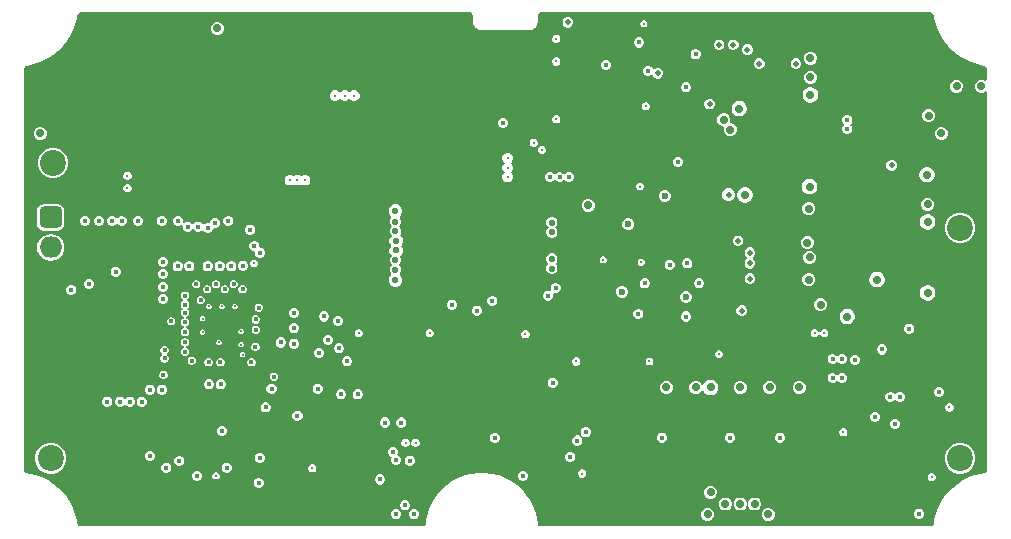
<source format=gbr>
%TF.GenerationSoftware,Altium Limited,Altium Designer,22.6.1 (34)*%
G04 Layer_Physical_Order=4*
G04 Layer_Color=7949734*
%FSLAX45Y45*%
%MOMM*%
%TF.SameCoordinates,07F994AE-BB1C-4BEA-A643-928B9DFDCC76*%
%TF.FilePolarity,Positive*%
%TF.FileFunction,Copper,L4,Inr,Signal*%
%TF.Part,Single*%
G01*
G75*
%TA.AperFunction,ComponentPad*%
%ADD72O,1.90000X1.80000*%
G04:AMPARAMS|DCode=73|XSize=1.8mm|YSize=1.9mm|CornerRadius=0.36mm|HoleSize=0mm|Usage=FLASHONLY|Rotation=270.000|XOffset=0mm|YOffset=0mm|HoleType=Round|Shape=RoundedRectangle|*
%AMROUNDEDRECTD73*
21,1,1.80000,1.18000,0,0,270.0*
21,1,1.08000,1.90000,0,0,270.0*
1,1,0.72000,-0.59000,-0.54000*
1,1,0.72000,-0.59000,0.54000*
1,1,0.72000,0.59000,0.54000*
1,1,0.72000,0.59000,-0.54000*
%
%ADD73ROUNDEDRECTD73*%
%TA.AperFunction,WasherPad*%
%ADD74C,2.20000*%
%TA.AperFunction,ViaPad*%
%ADD75C,0.60000*%
%ADD76C,0.70000*%
%ADD77C,0.55000*%
%ADD78C,0.45000*%
%ADD79C,0.50000*%
%ADD80C,0.56000*%
%ADD81C,0.25000*%
%ADD83C,0.20000*%
%ADD84C,0.30000*%
G36*
X7700000Y4375000D02*
X7704973D01*
X7714161Y4371193D01*
X7721193Y4364161D01*
X7725000Y4354973D01*
X7725000Y4350000D01*
X7729679Y4323597D01*
X7743201Y4271719D01*
X7762140Y4221565D01*
X7786283Y4173699D01*
X7815358Y4128657D01*
X7849040Y4086948D01*
X7886948Y4049040D01*
X7928657Y4015358D01*
X7973699Y3986283D01*
X8021565Y3962140D01*
X8071719Y3943201D01*
X8123597Y3929679D01*
X8150000Y3925000D01*
X8154973D01*
X8164161Y3921194D01*
X8171194Y3914161D01*
X8175000Y3904973D01*
Y3799375D01*
X8163267Y3794515D01*
X8161155Y3796627D01*
X8140940Y3805000D01*
X8119060D01*
X8098845Y3796627D01*
X8083373Y3781155D01*
X8075000Y3760940D01*
Y3739060D01*
X8083373Y3718845D01*
X8098845Y3703374D01*
X8119060Y3695000D01*
X8140940D01*
X8161155Y3703374D01*
X8163267Y3705485D01*
X8175000Y3700625D01*
Y500000D01*
Y495027D01*
X8171194Y485839D01*
X8164161Y478806D01*
X8154973Y475000D01*
X8150000Y475000D01*
X8123596Y470320D01*
X8071719Y456799D01*
X8021565Y437860D01*
X7973698Y413717D01*
X7928657Y384641D01*
X7886948Y350960D01*
X7849039Y313051D01*
X7815358Y271342D01*
X7786283Y226301D01*
X7762140Y178434D01*
X7743201Y128280D01*
X7729679Y76403D01*
X7725000Y50000D01*
Y45027D01*
X7721194Y35838D01*
X7714161Y28806D01*
X7704973Y25000D01*
X4395027D01*
X4385838Y28806D01*
X4378806Y35838D01*
X4376619Y41118D01*
X4374704Y52735D01*
X4374703Y52745D01*
X4374703Y52745D01*
X4370608Y81566D01*
X4357194Y138195D01*
X4336994Y192772D01*
X4310306Y244487D01*
X4277526Y292572D01*
X4239142Y336314D01*
X4195723Y375063D01*
X4147913Y408244D01*
X4096424Y435364D01*
X4042018Y456021D01*
X3985503Y469908D01*
X3927720Y476819D01*
X3869524Y476651D01*
X3811782Y469406D01*
X3755349Y455193D01*
X3701063Y434222D01*
X3649731Y406804D01*
X3602114Y373348D01*
X3558919Y334348D01*
X3520789Y290385D01*
X3488288Y242111D01*
X3461899Y190242D01*
X3442014Y135550D01*
X3428929Y78844D01*
X3425000Y49999D01*
Y45027D01*
X3421194Y35838D01*
X3414161Y28806D01*
X3404973Y25000D01*
X495027D01*
X485839Y28806D01*
X478806Y35838D01*
X477732Y38431D01*
X475000Y49998D01*
Y50000D01*
X475000D01*
X475000Y50000D01*
X470320Y76403D01*
X456798Y128280D01*
X437860Y178434D01*
X413717Y226301D01*
X384641Y271342D01*
X350960Y313051D01*
X313051Y350960D01*
X271342Y384641D01*
X226301Y413717D01*
X178434Y437860D01*
X128280Y456799D01*
X76403Y470320D01*
X50000Y475000D01*
X50000Y475000D01*
X50000Y475000D01*
X38431Y477732D01*
X35838Y478806D01*
X28806Y485839D01*
X25000Y495027D01*
Y500000D01*
Y3900000D01*
Y3904973D01*
X28806Y3914161D01*
X35838Y3921194D01*
X45027Y3925000D01*
X50000Y3925000D01*
X76403Y3929679D01*
X128280Y3943201D01*
X178434Y3962140D01*
X226301Y3986283D01*
X271342Y4015358D01*
X313051Y4049039D01*
X350960Y4086948D01*
X384641Y4128657D01*
X413717Y4173698D01*
X437860Y4221565D01*
X456798Y4271719D01*
X470320Y4323596D01*
X475000Y4350000D01*
Y4354972D01*
X478806Y4364161D01*
X485839Y4371194D01*
X495027Y4375000D01*
X3804973D01*
X3814161Y4371194D01*
X3821194Y4364161D01*
X3825000Y4354972D01*
Y4300000D01*
X3825000D01*
X3825361Y4292649D01*
X3828230Y4278229D01*
X3833856Y4264645D01*
X3842024Y4252421D01*
X3852421Y4242024D01*
X3864645Y4233856D01*
X3878229Y4228230D01*
X3892649Y4225361D01*
X3900000Y4225000D01*
X4300000Y4225000D01*
Y4225000D01*
X4307351Y4225361D01*
X4321771Y4228230D01*
X4335354Y4233856D01*
X4347579Y4242024D01*
X4357975Y4252421D01*
X4366144Y4264645D01*
X4371770Y4278229D01*
X4374638Y4292649D01*
X4375000Y4300000D01*
X4375000Y4354972D01*
X4378806Y4364161D01*
X4385839Y4371194D01*
X4395027Y4375000D01*
X7700000D01*
Y4375000D01*
D02*
G37*
%LPC*%
G36*
X5275967Y4310000D02*
X5264032D01*
X5253006Y4305433D01*
X5244567Y4296994D01*
X5240000Y4285968D01*
Y4274033D01*
X5244567Y4263006D01*
X5253006Y4254567D01*
X5264032Y4250000D01*
X5275967D01*
X5286993Y4254567D01*
X5295433Y4263006D01*
X5300000Y4274033D01*
Y4285968D01*
X5295433Y4296994D01*
X5286993Y4305433D01*
X5275967Y4310000D01*
D02*
G37*
G36*
X4638565Y4335213D02*
X4620663D01*
X4604124Y4328362D01*
X4591465Y4315703D01*
X4584614Y4299164D01*
Y4281262D01*
X4591465Y4264722D01*
X4604124Y4252064D01*
X4620663Y4245213D01*
X4638565D01*
X4655104Y4252064D01*
X4667763Y4264722D01*
X4674614Y4281262D01*
Y4299164D01*
X4667763Y4315703D01*
X4655104Y4328362D01*
X4638565Y4335213D01*
D02*
G37*
G36*
X1670940Y4295000D02*
X1649060D01*
X1628845Y4286626D01*
X1613373Y4271155D01*
X1605000Y4250940D01*
Y4229060D01*
X1613373Y4208845D01*
X1628845Y4193373D01*
X1649060Y4185000D01*
X1670940D01*
X1691155Y4193373D01*
X1706627Y4208845D01*
X1715000Y4229060D01*
Y4250940D01*
X1706627Y4271155D01*
X1691155Y4286626D01*
X1670940Y4295000D01*
D02*
G37*
G36*
X4536962Y4185000D02*
X4523038D01*
X4510174Y4179672D01*
X4500329Y4169826D01*
X4495000Y4156962D01*
Y4143038D01*
X4500329Y4130174D01*
X4510174Y4120329D01*
X4523038Y4115000D01*
X4536962D01*
X4549826Y4120329D01*
X4559672Y4130174D01*
X4565000Y4143038D01*
Y4156962D01*
X4559672Y4169826D01*
X4549826Y4179672D01*
X4536962Y4185000D01*
D02*
G37*
G36*
X5238454Y4162500D02*
X5221546D01*
X5205926Y4156030D01*
X5193970Y4144074D01*
X5187500Y4128454D01*
Y4111546D01*
X5193970Y4095926D01*
X5205926Y4083970D01*
X5221546Y4077500D01*
X5238454D01*
X5254074Y4083970D01*
X5266030Y4095926D01*
X5272500Y4111546D01*
Y4128454D01*
X5266030Y4144074D01*
X5254074Y4156030D01*
X5238454Y4162500D01*
D02*
G37*
G36*
X6038951Y4145000D02*
X6021049D01*
X6004509Y4138149D01*
X5991851Y4125490D01*
X5985000Y4108951D01*
Y4091049D01*
X5991851Y4074510D01*
X6004509Y4061851D01*
X6021049Y4055000D01*
X6038951D01*
X6055490Y4061851D01*
X6068149Y4074510D01*
X6075000Y4091049D01*
Y4108951D01*
X6068149Y4125490D01*
X6055490Y4138149D01*
X6038951Y4145000D01*
D02*
G37*
G36*
X5918951D02*
X5901049D01*
X5884510Y4138149D01*
X5871851Y4125490D01*
X5865000Y4108951D01*
Y4091049D01*
X5871851Y4074510D01*
X5884510Y4061851D01*
X5901049Y4055000D01*
X5918951D01*
X5935491Y4061851D01*
X5948149Y4074510D01*
X5955000Y4091049D01*
Y4108951D01*
X5948149Y4125490D01*
X5935491Y4138149D01*
X5918951Y4145000D01*
D02*
G37*
G36*
X6158938Y4105000D02*
X6141036D01*
X6124497Y4098149D01*
X6111838Y4085490D01*
X6104988Y4068951D01*
Y4051049D01*
X6111838Y4034510D01*
X6124497Y4021851D01*
X6141036Y4015000D01*
X6158938D01*
X6175478Y4021851D01*
X6188136Y4034510D01*
X6194987Y4051049D01*
Y4068951D01*
X6188136Y4085490D01*
X6175478Y4098149D01*
X6158938Y4105000D01*
D02*
G37*
G36*
X5718454Y4062500D02*
X5701546D01*
X5685926Y4056030D01*
X5673970Y4044074D01*
X5667500Y4028454D01*
Y4011546D01*
X5673970Y3995926D01*
X5685926Y3983970D01*
X5701546Y3977500D01*
X5718454D01*
X5734074Y3983970D01*
X5746030Y3995926D01*
X5752500Y4011546D01*
Y4028454D01*
X5746030Y4044074D01*
X5734074Y4056030D01*
X5718454Y4062500D01*
D02*
G37*
G36*
X6693440Y4042500D02*
X6671560D01*
X6651345Y4034126D01*
X6635873Y4018655D01*
X6627500Y3998440D01*
Y3976560D01*
X6635873Y3956345D01*
X6651345Y3940873D01*
X6671560Y3932500D01*
X6693440D01*
X6713655Y3940873D01*
X6729126Y3956345D01*
X6737500Y3976560D01*
Y3998440D01*
X6729126Y4018655D01*
X6713655Y4034126D01*
X6693440Y4042500D01*
D02*
G37*
G36*
X4536962Y3995000D02*
X4523038D01*
X4510174Y3989671D01*
X4500329Y3979826D01*
X4495000Y3966962D01*
Y3953038D01*
X4500329Y3940174D01*
X4510174Y3930328D01*
X4523038Y3925000D01*
X4536962D01*
X4549826Y3930328D01*
X4559672Y3940174D01*
X4565000Y3953038D01*
Y3966962D01*
X4559672Y3979826D01*
X4549826Y3989671D01*
X4536962Y3995000D01*
D02*
G37*
G36*
X6568951Y3985000D02*
X6551049D01*
X6534510Y3978149D01*
X6521851Y3965490D01*
X6515000Y3948951D01*
Y3931049D01*
X6521851Y3914510D01*
X6534510Y3901851D01*
X6551049Y3895000D01*
X6568951D01*
X6585491Y3901851D01*
X6598149Y3914510D01*
X6605000Y3931049D01*
Y3948951D01*
X6598149Y3965490D01*
X6585491Y3978149D01*
X6568951Y3985000D01*
D02*
G37*
G36*
X6258951D02*
X6241049D01*
X6224510Y3978149D01*
X6211851Y3965490D01*
X6205000Y3948951D01*
Y3931049D01*
X6211851Y3914510D01*
X6224510Y3901851D01*
X6241049Y3895000D01*
X6258951D01*
X6275490Y3901851D01*
X6288149Y3914510D01*
X6295000Y3931049D01*
Y3948951D01*
X6288149Y3965490D01*
X6275490Y3978149D01*
X6258951Y3985000D01*
D02*
G37*
G36*
X4958454Y3972500D02*
X4941546D01*
X4925926Y3966030D01*
X4913970Y3954074D01*
X4907500Y3938454D01*
Y3921546D01*
X4913970Y3905926D01*
X4925926Y3893970D01*
X4941546Y3887500D01*
X4958454D01*
X4974074Y3893970D01*
X4986030Y3905926D01*
X4992500Y3921546D01*
Y3938454D01*
X4986030Y3954074D01*
X4974074Y3966030D01*
X4958454Y3972500D01*
D02*
G37*
G36*
X5318454Y3922500D02*
X5301546D01*
X5285926Y3916030D01*
X5273970Y3904074D01*
X5267500Y3888454D01*
Y3871546D01*
X5273970Y3855926D01*
X5285926Y3843970D01*
X5301546Y3837500D01*
X5318454D01*
X5334074Y3843970D01*
X5334153Y3844049D01*
X5349134Y3841069D01*
X5351851Y3834509D01*
X5364509Y3821851D01*
X5381049Y3815000D01*
X5398951D01*
X5415490Y3821851D01*
X5428149Y3834509D01*
X5435000Y3851049D01*
Y3868951D01*
X5428149Y3885490D01*
X5415490Y3898149D01*
X5398951Y3905000D01*
X5381049D01*
X5364509Y3898149D01*
X5362898Y3896538D01*
X5347917Y3899517D01*
X5346030Y3904074D01*
X5334074Y3916030D01*
X5318454Y3922500D01*
D02*
G37*
G36*
X6693440Y3880000D02*
X6671560D01*
X6651345Y3871626D01*
X6635873Y3856155D01*
X6627500Y3835940D01*
Y3814060D01*
X6635873Y3793845D01*
X6651345Y3778373D01*
X6671560Y3770000D01*
X6693440D01*
X6713655Y3778373D01*
X6729126Y3793845D01*
X6737500Y3814060D01*
Y3835940D01*
X6729126Y3856155D01*
X6713655Y3871626D01*
X6693440Y3880000D01*
D02*
G37*
G36*
X5638454Y3782500D02*
X5621546D01*
X5605926Y3776030D01*
X5593970Y3764074D01*
X5587500Y3748454D01*
Y3731546D01*
X5593970Y3715926D01*
X5605926Y3703970D01*
X5621546Y3697500D01*
X5638454D01*
X5654074Y3703970D01*
X5666030Y3715926D01*
X5672500Y3731546D01*
Y3748454D01*
X5666030Y3764074D01*
X5654074Y3776030D01*
X5638454Y3782500D01*
D02*
G37*
G36*
X2828951Y3715000D02*
X2811049D01*
X2794510Y3708149D01*
X2788297Y3701936D01*
X2780000Y3696666D01*
X2771703Y3701936D01*
X2765491Y3708149D01*
X2748951Y3715000D01*
X2731049D01*
X2714510Y3708149D01*
X2708297Y3701936D01*
X2700000Y3696666D01*
X2691703Y3701936D01*
X2685490Y3708149D01*
X2668951Y3715000D01*
X2651049D01*
X2634510Y3708149D01*
X2621851Y3695490D01*
X2615000Y3678951D01*
Y3661049D01*
X2621851Y3644510D01*
X2634510Y3631851D01*
X2651049Y3625000D01*
X2668951D01*
X2685490Y3631851D01*
X2691703Y3638064D01*
X2700000Y3643334D01*
X2708297Y3638064D01*
X2714510Y3631851D01*
X2731049Y3625000D01*
X2748951D01*
X2765491Y3631851D01*
X2771703Y3638064D01*
X2780000Y3643334D01*
X2788297Y3638064D01*
X2794510Y3631851D01*
X2811049Y3625000D01*
X2828951D01*
X2845490Y3631851D01*
X2858149Y3644510D01*
X2865000Y3661049D01*
Y3678951D01*
X2858149Y3695490D01*
X2845490Y3708149D01*
X2828951Y3715000D01*
D02*
G37*
G36*
X7930940Y3805000D02*
X7909060D01*
X7888845Y3796627D01*
X7873373Y3781155D01*
X7865000Y3760940D01*
Y3739060D01*
X7873373Y3718845D01*
X7888845Y3703374D01*
X7909060Y3695000D01*
X7930940D01*
X7951155Y3703374D01*
X7966626Y3718845D01*
X7975000Y3739060D01*
Y3760940D01*
X7966626Y3781155D01*
X7951155Y3796627D01*
X7930940Y3805000D01*
D02*
G37*
G36*
X6691057Y3740000D02*
X6673942D01*
X6657411Y3735570D01*
X6642589Y3727013D01*
X6630487Y3714911D01*
X6621930Y3700089D01*
X6617500Y3683558D01*
Y3666443D01*
X6621930Y3649911D01*
X6630487Y3635089D01*
X6642589Y3622987D01*
X6657411Y3614430D01*
X6673942Y3610000D01*
X6691057D01*
X6707589Y3614430D01*
X6722411Y3622987D01*
X6734513Y3635089D01*
X6743070Y3649911D01*
X6747500Y3666443D01*
Y3683558D01*
X6743070Y3700089D01*
X6734513Y3714911D01*
X6722411Y3727013D01*
X6707589Y3735570D01*
X6691057Y3740000D01*
D02*
G37*
G36*
X5837471Y3642643D02*
X5819570D01*
X5803030Y3635793D01*
X5790371Y3623134D01*
X5783521Y3606595D01*
Y3588693D01*
X5790371Y3572153D01*
X5803030Y3559495D01*
X5819570Y3552644D01*
X5837471D01*
X5854011Y3559495D01*
X5866669Y3572153D01*
X5873520Y3588693D01*
Y3606595D01*
X5866669Y3623134D01*
X5854011Y3635793D01*
X5837471Y3642643D01*
D02*
G37*
G36*
X5296962Y3615000D02*
X5283038D01*
X5270174Y3609671D01*
X5260329Y3599826D01*
X5255000Y3586962D01*
Y3573038D01*
X5260329Y3560174D01*
X5270174Y3550328D01*
X5283038Y3545000D01*
X5296962D01*
X5309826Y3550328D01*
X5319672Y3560174D01*
X5325000Y3573038D01*
Y3586962D01*
X5319672Y3599826D01*
X5309826Y3609671D01*
X5296962Y3615000D01*
D02*
G37*
G36*
X6088558Y3625000D02*
X6071443D01*
X6054911Y3620570D01*
X6040089Y3612013D01*
X6027987Y3599911D01*
X6019430Y3585089D01*
X6015000Y3568558D01*
Y3551442D01*
X6019430Y3534911D01*
X6027987Y3520089D01*
X6040089Y3507987D01*
X6054911Y3499430D01*
X6071443Y3495000D01*
X6088558D01*
X6105089Y3499430D01*
X6119911Y3507987D01*
X6132013Y3520089D01*
X6140570Y3534911D01*
X6145000Y3551442D01*
Y3568558D01*
X6140570Y3585089D01*
X6132013Y3599911D01*
X6119911Y3612013D01*
X6105089Y3620570D01*
X6088558Y3625000D01*
D02*
G37*
G36*
X7693440Y3555000D02*
X7671560D01*
X7651345Y3546626D01*
X7635873Y3531155D01*
X7627500Y3510940D01*
Y3489060D01*
X7635873Y3468845D01*
X7651345Y3453373D01*
X7671560Y3445000D01*
X7693440D01*
X7713655Y3453373D01*
X7729127Y3468845D01*
X7737500Y3489060D01*
Y3510940D01*
X7729127Y3531155D01*
X7713655Y3546626D01*
X7693440Y3555000D01*
D02*
G37*
G36*
X4536962Y3505000D02*
X4523038D01*
X4510174Y3499671D01*
X4500329Y3489826D01*
X4495000Y3476962D01*
Y3463038D01*
X4500329Y3450174D01*
X4510174Y3440328D01*
X4523038Y3435000D01*
X4536962D01*
X4549826Y3440328D01*
X4559672Y3450174D01*
X4565000Y3463038D01*
Y3476962D01*
X4559672Y3489826D01*
X4549826Y3499671D01*
X4536962Y3505000D01*
D02*
G37*
G36*
X4088454Y3482500D02*
X4071546D01*
X4055926Y3476030D01*
X4043970Y3464074D01*
X4037500Y3448454D01*
Y3431546D01*
X4043970Y3415926D01*
X4055926Y3403970D01*
X4071546Y3397500D01*
X4088454D01*
X4104074Y3403970D01*
X4116030Y3415926D01*
X4122500Y3431546D01*
Y3448454D01*
X4116030Y3464074D01*
X4104074Y3476030D01*
X4088454Y3482500D01*
D02*
G37*
G36*
X7003454Y3505000D02*
X6986546D01*
X6970926Y3498529D01*
X6958970Y3486574D01*
X6952500Y3470953D01*
Y3454046D01*
X6958970Y3438426D01*
X6964099Y3433297D01*
X6969898Y3425000D01*
X6964099Y3416703D01*
X6958970Y3411574D01*
X6952500Y3395954D01*
Y3379046D01*
X6958970Y3363426D01*
X6970926Y3351470D01*
X6986546Y3345000D01*
X7003454D01*
X7019074Y3351470D01*
X7031030Y3363426D01*
X7037500Y3379046D01*
Y3395954D01*
X7031030Y3411574D01*
X7025901Y3416703D01*
X7020102Y3425000D01*
X7025901Y3433297D01*
X7031030Y3438426D01*
X7037500Y3454046D01*
Y3470953D01*
X7031030Y3486574D01*
X7019074Y3498529D01*
X7003454Y3505000D01*
D02*
G37*
G36*
X5960940Y3520000D02*
X5939060D01*
X5918845Y3511626D01*
X5903374Y3496155D01*
X5895000Y3475940D01*
Y3454060D01*
X5903374Y3433845D01*
X5918845Y3418373D01*
X5939060Y3410000D01*
X5942958D01*
X5950014Y3399440D01*
X5947343Y3392993D01*
Y3371113D01*
X5955717Y3350899D01*
X5971188Y3335427D01*
X5991403Y3327054D01*
X6013283D01*
X6033498Y3335427D01*
X6048970Y3350899D01*
X6057343Y3371113D01*
Y3392993D01*
X6048970Y3413208D01*
X6033498Y3428680D01*
X6013283Y3437053D01*
X6009385D01*
X6002330Y3447613D01*
X6005000Y3454060D01*
Y3475940D01*
X5996627Y3496155D01*
X5981155Y3511626D01*
X5960940Y3520000D01*
D02*
G37*
G36*
X7800940Y3405000D02*
X7779060D01*
X7758845Y3396626D01*
X7743373Y3381155D01*
X7735000Y3360940D01*
Y3339060D01*
X7743373Y3318845D01*
X7758845Y3303373D01*
X7779060Y3295000D01*
X7800940D01*
X7821155Y3303373D01*
X7836626Y3318845D01*
X7845000Y3339060D01*
Y3360940D01*
X7836626Y3381155D01*
X7821155Y3396626D01*
X7800940Y3405000D01*
D02*
G37*
G36*
X170940D02*
X149060D01*
X128845Y3396626D01*
X113373Y3381155D01*
X105000Y3360940D01*
Y3339060D01*
X113373Y3318845D01*
X128845Y3303373D01*
X149060Y3295000D01*
X170940D01*
X191155Y3303373D01*
X206626Y3318845D01*
X215000Y3339060D01*
Y3360940D01*
X206626Y3381155D01*
X191155Y3396626D01*
X170940Y3405000D01*
D02*
G37*
G36*
X4346962Y3305000D02*
X4333038D01*
X4320174Y3299672D01*
X4310328Y3289826D01*
X4305000Y3276962D01*
Y3263038D01*
X4310328Y3250174D01*
X4320174Y3240329D01*
X4333038Y3235000D01*
X4346962D01*
X4359826Y3240329D01*
X4369671Y3250174D01*
X4375000Y3263038D01*
Y3276962D01*
X4369671Y3289826D01*
X4359826Y3299672D01*
X4346962Y3305000D01*
D02*
G37*
G36*
X4416962Y3245000D02*
X4403038D01*
X4390174Y3239671D01*
X4380329Y3229826D01*
X4375000Y3216962D01*
Y3203038D01*
X4380329Y3190174D01*
X4390174Y3180328D01*
X4403038Y3175000D01*
X4416962D01*
X4429826Y3180328D01*
X4439672Y3190174D01*
X4445000Y3203038D01*
Y3216962D01*
X4439672Y3229826D01*
X4429826Y3239671D01*
X4416962Y3245000D01*
D02*
G37*
G36*
X5568453Y3152500D02*
X5551546D01*
X5535926Y3146030D01*
X5523970Y3134074D01*
X5517500Y3118454D01*
Y3101546D01*
X5523970Y3085926D01*
X5535926Y3073970D01*
X5551546Y3067500D01*
X5568453D01*
X5584074Y3073970D01*
X5596029Y3085926D01*
X5602500Y3101546D01*
Y3118454D01*
X5596029Y3134074D01*
X5584074Y3146030D01*
X5568453Y3152500D01*
D02*
G37*
G36*
X7378951Y3123826D02*
X7361049D01*
X7344510Y3116975D01*
X7331851Y3104317D01*
X7325000Y3087777D01*
Y3069875D01*
X7331851Y3053336D01*
X7344510Y3040677D01*
X7361049Y3033827D01*
X7378951D01*
X7395490Y3040677D01*
X7408149Y3053336D01*
X7415000Y3069875D01*
Y3087777D01*
X7408149Y3104317D01*
X7395490Y3116975D01*
X7378951Y3123826D01*
D02*
G37*
G36*
X2413951Y3000000D02*
X2396049D01*
X2379510Y2993149D01*
X2372500Y2986139D01*
X2365490Y2993149D01*
X2348951Y3000000D01*
X2331049D01*
X2314509Y2993149D01*
X2307500Y2986140D01*
X2300490Y2993149D01*
X2283951Y3000000D01*
X2266049D01*
X2249510Y2993149D01*
X2236851Y2980490D01*
X2230000Y2963951D01*
Y2946049D01*
X2236851Y2929510D01*
X2249510Y2916851D01*
X2266049Y2910000D01*
X2283951D01*
X2300490Y2916851D01*
X2307500Y2923860D01*
X2314509Y2916851D01*
X2331049Y2910000D01*
X2348951D01*
X2365490Y2916851D01*
X2372500Y2923861D01*
X2379510Y2916851D01*
X2396049Y2910000D01*
X2413951D01*
X2430490Y2916851D01*
X2443149Y2929510D01*
X2450000Y2946049D01*
Y2963951D01*
X2443149Y2980490D01*
X2430490Y2993149D01*
X2413951Y3000000D01*
D02*
G37*
G36*
X287108Y3229997D02*
X252878D01*
X219815Y3221138D01*
X190171Y3204023D01*
X165967Y3179819D01*
X148852Y3150175D01*
X139993Y3117112D01*
Y3082882D01*
X148852Y3049819D01*
X165967Y3020175D01*
X190171Y2995971D01*
X219815Y2978856D01*
X252878Y2969997D01*
X287108D01*
X320171Y2978856D01*
X349815Y2995971D01*
X374019Y3020175D01*
X391134Y3049819D01*
X399993Y3082882D01*
Y3117112D01*
X391134Y3150175D01*
X374019Y3179819D01*
X349815Y3204023D01*
X320171Y3221138D01*
X287108Y3229997D01*
D02*
G37*
G36*
X906962Y3025000D02*
X893038D01*
X880174Y3019672D01*
X870328Y3009826D01*
X865000Y2996962D01*
Y2983038D01*
X870328Y2970174D01*
X880174Y2960329D01*
X893038Y2955000D01*
X906962D01*
X919826Y2960329D01*
X929671Y2970174D01*
X935000Y2983038D01*
Y2996962D01*
X929671Y3009826D01*
X919826Y3019672D01*
X906962Y3025000D01*
D02*
G37*
G36*
X4487137Y3023817D02*
X4470229D01*
X4454609Y3017347D01*
X4442653Y3005391D01*
X4436183Y2989770D01*
Y2972863D01*
X4442653Y2957243D01*
X4454609Y2945287D01*
X4470229Y2938817D01*
X4487137D01*
X4502757Y2945287D01*
X4510880Y2953410D01*
X4519500Y2955611D01*
X4526759Y2953137D01*
X4535267Y2944629D01*
X4550888Y2938158D01*
X4567795D01*
X4583416Y2944629D01*
X4591539Y2952752D01*
X4600159Y2954952D01*
X4607417Y2952479D01*
X4615926Y2943970D01*
X4631546Y2937500D01*
X4648454D01*
X4664074Y2943970D01*
X4676030Y2955926D01*
X4682500Y2971546D01*
Y2988454D01*
X4676030Y3004074D01*
X4664074Y3016030D01*
X4648454Y3022500D01*
X4631546D01*
X4615926Y3016030D01*
X4607803Y3007906D01*
X4599183Y3005706D01*
X4591924Y3008179D01*
X4583416Y3016688D01*
X4567795Y3023158D01*
X4550888D01*
X4535267Y3016688D01*
X4527144Y3008565D01*
X4518524Y3006364D01*
X4511266Y3008838D01*
X4502757Y3017347D01*
X4487137Y3023817D01*
D02*
G37*
G36*
X7678557Y3065000D02*
X7661442D01*
X7644911Y3060570D01*
X7630089Y3052013D01*
X7617987Y3039911D01*
X7609430Y3025089D01*
X7605000Y3008557D01*
Y2991442D01*
X7609430Y2974911D01*
X7617987Y2960089D01*
X7630089Y2947987D01*
X7644911Y2939430D01*
X7661442Y2935000D01*
X7678557D01*
X7695089Y2939430D01*
X7709911Y2947987D01*
X7722013Y2960089D01*
X7730570Y2974911D01*
X7735000Y2991442D01*
Y3008557D01*
X7730570Y3025089D01*
X7722013Y3039911D01*
X7709911Y3052013D01*
X7695089Y3060570D01*
X7678557Y3065000D01*
D02*
G37*
G36*
X4128951Y3185000D02*
X4111049D01*
X4094509Y3178149D01*
X4081851Y3165490D01*
X4075000Y3148951D01*
Y3131049D01*
X4081851Y3114510D01*
X4088064Y3108297D01*
X4093333Y3100000D01*
X4088064Y3091703D01*
X4081851Y3085490D01*
X4075000Y3068951D01*
Y3051049D01*
X4081851Y3034510D01*
X4088064Y3028297D01*
X4093333Y3020000D01*
X4088064Y3011703D01*
X4081851Y3005490D01*
X4075000Y2988951D01*
Y2971049D01*
X4081851Y2954509D01*
X4094509Y2941851D01*
X4111049Y2935000D01*
X4128951D01*
X4145490Y2941851D01*
X4158149Y2954509D01*
X4165000Y2971049D01*
Y2988951D01*
X4158149Y3005490D01*
X4151936Y3011703D01*
X4146666Y3020000D01*
X4151936Y3028297D01*
X4158149Y3034510D01*
X4165000Y3051049D01*
Y3068951D01*
X4158149Y3085490D01*
X4151936Y3091703D01*
X4146666Y3100000D01*
X4151936Y3108297D01*
X4158149Y3114510D01*
X4165000Y3131049D01*
Y3148951D01*
X4158149Y3165490D01*
X4145490Y3178149D01*
X4128951Y3185000D01*
D02*
G37*
G36*
X5246464Y2932500D02*
X5233535D01*
X5221590Y2927552D01*
X5212448Y2918410D01*
X5207500Y2906465D01*
Y2893535D01*
X5212448Y2881590D01*
X5221590Y2872448D01*
X5233535Y2867500D01*
X5246464D01*
X5258410Y2872448D01*
X5267552Y2881590D01*
X5272500Y2893535D01*
Y2906465D01*
X5267552Y2918410D01*
X5258410Y2927552D01*
X5246464Y2932500D01*
D02*
G37*
G36*
X906962Y2922500D02*
X893038D01*
X880174Y2917171D01*
X870328Y2907326D01*
X865000Y2894462D01*
Y2880538D01*
X870328Y2867674D01*
X880174Y2857828D01*
X893038Y2852500D01*
X906962D01*
X919826Y2857828D01*
X929671Y2867674D01*
X935000Y2880538D01*
Y2894462D01*
X929671Y2907326D01*
X919826Y2917171D01*
X906962Y2922500D01*
D02*
G37*
G36*
X6683557Y2965000D02*
X6666442D01*
X6649910Y2960570D01*
X6635089Y2952013D01*
X6622987Y2939911D01*
X6614429Y2925089D01*
X6610000Y2908558D01*
Y2891443D01*
X6614429Y2874911D01*
X6622987Y2860090D01*
X6635089Y2847987D01*
X6649910Y2839430D01*
X6666442Y2835000D01*
X6683557D01*
X6700089Y2839430D01*
X6714910Y2847987D01*
X6727012Y2860090D01*
X6735570Y2874911D01*
X6739999Y2891443D01*
Y2908558D01*
X6735570Y2925089D01*
X6727012Y2939911D01*
X6714910Y2952013D01*
X6700089Y2960570D01*
X6683557Y2965000D01*
D02*
G37*
G36*
X6000940Y2885000D02*
X5979060D01*
X5958845Y2876626D01*
X5943373Y2861155D01*
X5935000Y2840940D01*
Y2819060D01*
X5943373Y2798845D01*
X5958845Y2783373D01*
X5979060Y2775000D01*
X6000940D01*
X6021155Y2783373D01*
X6036626Y2798845D01*
X6045000Y2819060D01*
Y2840940D01*
X6036626Y2861155D01*
X6021155Y2876626D01*
X6000940Y2885000D01*
D02*
G37*
G36*
X5459946Y2870000D02*
X5440054D01*
X5421677Y2862388D01*
X5407612Y2848323D01*
X5400000Y2829946D01*
Y2810054D01*
X5407612Y2791677D01*
X5421677Y2777612D01*
X5440054Y2770000D01*
X5459946D01*
X5478323Y2777612D01*
X5492388Y2791677D01*
X5500000Y2810054D01*
Y2829946D01*
X5492388Y2848323D01*
X5478323Y2862388D01*
X5459946Y2870000D01*
D02*
G37*
G36*
X6138557Y2895000D02*
X6121442D01*
X6104911Y2890570D01*
X6090089Y2882013D01*
X6077987Y2869911D01*
X6069430Y2855089D01*
X6065000Y2838557D01*
Y2821442D01*
X6069430Y2804911D01*
X6077987Y2790089D01*
X6090089Y2777987D01*
X6104911Y2769430D01*
X6121442Y2765000D01*
X6138557D01*
X6155089Y2769430D01*
X6169911Y2777987D01*
X6182013Y2790089D01*
X6190570Y2804911D01*
X6195000Y2821442D01*
Y2838557D01*
X6190570Y2855089D01*
X6182013Y2869911D01*
X6169911Y2882013D01*
X6155089Y2890570D01*
X6138557Y2895000D01*
D02*
G37*
G36*
X7685939Y2805000D02*
X7664059D01*
X7643845Y2796627D01*
X7628373Y2781155D01*
X7619999Y2760940D01*
Y2739060D01*
X7628373Y2718845D01*
X7643845Y2703374D01*
X7664059Y2695000D01*
X7685939D01*
X7706154Y2703374D01*
X7721626Y2718845D01*
X7729999Y2739060D01*
Y2760940D01*
X7721626Y2781155D01*
X7706154Y2796627D01*
X7685939Y2805000D01*
D02*
G37*
G36*
X4810940Y2795000D02*
X4789060D01*
X4768845Y2786627D01*
X4753374Y2771155D01*
X4745000Y2750940D01*
Y2729060D01*
X4753374Y2708845D01*
X4768845Y2693374D01*
X4789060Y2685000D01*
X4810940D01*
X4831155Y2693374D01*
X4846627Y2708845D01*
X4855000Y2729060D01*
Y2750940D01*
X4846627Y2771155D01*
X4831155Y2786627D01*
X4810940Y2795000D01*
D02*
G37*
G36*
X6680940Y2767500D02*
X6659060D01*
X6638845Y2759126D01*
X6623373Y2743655D01*
X6615000Y2723440D01*
Y2701560D01*
X6623373Y2681345D01*
X6638845Y2665873D01*
X6659060Y2657500D01*
X6680940D01*
X6701155Y2665873D01*
X6716626Y2681345D01*
X6725000Y2701560D01*
Y2723440D01*
X6716626Y2743655D01*
X6701155Y2759126D01*
X6680940Y2767500D01*
D02*
G37*
G36*
X858454Y2652500D02*
X841546D01*
X825926Y2646030D01*
X818076Y2638179D01*
X810000Y2635428D01*
X801924Y2638179D01*
X794074Y2646030D01*
X778454Y2652500D01*
X761546D01*
X745926Y2646030D01*
X733970Y2634074D01*
X727500Y2618454D01*
Y2601546D01*
X733970Y2585926D01*
X745926Y2573970D01*
X761546Y2567500D01*
X778454D01*
X794074Y2573970D01*
X801924Y2581821D01*
X810000Y2584573D01*
X818076Y2581821D01*
X825926Y2573970D01*
X841546Y2567500D01*
X858454D01*
X874074Y2573970D01*
X886030Y2585926D01*
X892500Y2601546D01*
Y2618454D01*
X886030Y2634074D01*
X874074Y2646030D01*
X858454Y2652500D01*
D02*
G37*
G36*
X1763454D02*
X1746546D01*
X1730926Y2646030D01*
X1718970Y2634074D01*
X1712500Y2618454D01*
Y2601546D01*
X1718970Y2585926D01*
X1730926Y2573970D01*
X1746546Y2567500D01*
X1763454D01*
X1779074Y2573970D01*
X1791030Y2585926D01*
X1797500Y2601546D01*
Y2618454D01*
X1791030Y2634074D01*
X1779074Y2646030D01*
X1763454Y2652500D01*
D02*
G37*
G36*
X1198454D02*
X1181546D01*
X1165926Y2646030D01*
X1153970Y2634074D01*
X1147500Y2618454D01*
Y2601546D01*
X1153970Y2585926D01*
X1165926Y2573970D01*
X1181546Y2567500D01*
X1198454D01*
X1214074Y2573970D01*
X1226030Y2585926D01*
X1232500Y2601546D01*
Y2618454D01*
X1226030Y2634074D01*
X1214074Y2646030D01*
X1198454Y2652500D01*
D02*
G37*
G36*
X998454D02*
X981546D01*
X965926Y2646030D01*
X953970Y2634074D01*
X947500Y2618454D01*
Y2601546D01*
X953970Y2585926D01*
X965926Y2573970D01*
X981546Y2567500D01*
X998454D01*
X1014074Y2573970D01*
X1026030Y2585926D01*
X1032500Y2601546D01*
Y2618454D01*
X1026030Y2634074D01*
X1014074Y2646030D01*
X998454Y2652500D01*
D02*
G37*
G36*
X668454D02*
X651546D01*
X635926Y2646030D01*
X623970Y2634074D01*
X617500Y2618454D01*
Y2601546D01*
X623970Y2585926D01*
X635926Y2573970D01*
X651546Y2567500D01*
X668454D01*
X684074Y2573970D01*
X696030Y2585926D01*
X702500Y2601546D01*
Y2618454D01*
X696030Y2634074D01*
X684074Y2646030D01*
X668454Y2652500D01*
D02*
G37*
G36*
X548454D02*
X531546D01*
X515926Y2646030D01*
X503970Y2634074D01*
X497500Y2618454D01*
Y2601546D01*
X503970Y2585926D01*
X515926Y2573970D01*
X531546Y2567500D01*
X548454D01*
X564074Y2573970D01*
X576030Y2585926D01*
X582500Y2601546D01*
Y2618454D01*
X576030Y2634074D01*
X564074Y2646030D01*
X548454Y2652500D01*
D02*
G37*
G36*
X7683557Y2665000D02*
X7666442D01*
X7649910Y2660570D01*
X7635089Y2652013D01*
X7622987Y2639911D01*
X7614429Y2625089D01*
X7610000Y2608558D01*
Y2591443D01*
X7614429Y2574911D01*
X7622987Y2560089D01*
X7635089Y2547987D01*
X7649910Y2539430D01*
X7666442Y2535000D01*
X7683557D01*
X7700088Y2539430D01*
X7714910Y2547987D01*
X7727012Y2560089D01*
X7735569Y2574911D01*
X7739999Y2591443D01*
Y2608558D01*
X7735569Y2625089D01*
X7727012Y2639911D01*
X7714910Y2652013D01*
X7700088Y2660570D01*
X7683557Y2665000D01*
D02*
G37*
G36*
X5149946Y2630000D02*
X5130054D01*
X5111677Y2622388D01*
X5097612Y2608323D01*
X5090000Y2589946D01*
Y2570054D01*
X5097612Y2551677D01*
X5111677Y2537612D01*
X5130054Y2530000D01*
X5149946D01*
X5168323Y2537612D01*
X5182388Y2551677D01*
X5190000Y2570054D01*
Y2589946D01*
X5182388Y2608323D01*
X5168323Y2622388D01*
X5149946Y2630000D01*
D02*
G37*
G36*
X308999Y2750097D02*
X191000D01*
X169150Y2745751D01*
X150626Y2733374D01*
X138249Y2714850D01*
X133903Y2693000D01*
Y2585000D01*
X138249Y2563150D01*
X150626Y2544627D01*
X169150Y2532250D01*
X191000Y2527904D01*
X308999D01*
X330849Y2532250D01*
X349373Y2544627D01*
X361750Y2563150D01*
X366096Y2585000D01*
Y2693000D01*
X361750Y2714850D01*
X349373Y2733374D01*
X330849Y2745751D01*
X308999Y2750097D01*
D02*
G37*
G36*
X1338454Y2652500D02*
X1321546D01*
X1305926Y2646030D01*
X1293970Y2634074D01*
X1287500Y2618454D01*
Y2601546D01*
X1293970Y2585926D01*
X1305926Y2573970D01*
X1321546Y2567500D01*
X1338454D01*
X1354074Y2573970D01*
X1357428Y2577325D01*
X1368195Y2570131D01*
X1367500Y2568454D01*
Y2551546D01*
X1373970Y2535926D01*
X1385926Y2523970D01*
X1401546Y2517500D01*
X1418454D01*
X1434074Y2523970D01*
X1446030Y2535926D01*
X1446980Y2538220D01*
X1460726D01*
X1461372Y2536661D01*
X1473328Y2524705D01*
X1488948Y2518235D01*
X1505855D01*
X1521476Y2524705D01*
X1528019Y2531248D01*
X1542827Y2528685D01*
X1543970Y2525926D01*
X1555926Y2513970D01*
X1571546Y2507500D01*
X1588454D01*
X1604074Y2513970D01*
X1616030Y2525926D01*
X1621069Y2538093D01*
X1631547Y2547500D01*
X1648454D01*
X1664074Y2553970D01*
X1676030Y2565926D01*
X1682500Y2581546D01*
Y2598454D01*
X1676030Y2614074D01*
X1664074Y2626030D01*
X1648454Y2632500D01*
X1631546D01*
X1615926Y2626030D01*
X1603970Y2614074D01*
X1598931Y2601907D01*
X1588453Y2592500D01*
X1571546D01*
X1555926Y2586030D01*
X1549382Y2579486D01*
X1534574Y2582050D01*
X1533431Y2584809D01*
X1521476Y2596764D01*
X1505855Y2603235D01*
X1488948D01*
X1473328Y2596764D01*
X1461372Y2584809D01*
X1460422Y2582515D01*
X1446675D01*
X1446030Y2584074D01*
X1434074Y2596030D01*
X1418454Y2602500D01*
X1401546D01*
X1385926Y2596030D01*
X1382572Y2592675D01*
X1371805Y2599869D01*
X1372500Y2601546D01*
Y2618454D01*
X1366030Y2634074D01*
X1354074Y2646030D01*
X1338454Y2652500D01*
D02*
G37*
G36*
X1948454Y2577500D02*
X1931546D01*
X1915926Y2571030D01*
X1903970Y2559074D01*
X1897500Y2543454D01*
Y2526546D01*
X1903970Y2510926D01*
X1915926Y2498970D01*
X1931546Y2492500D01*
X1948454D01*
X1964074Y2498970D01*
X1976030Y2510926D01*
X1982500Y2526546D01*
Y2543454D01*
X1976030Y2559074D01*
X1964074Y2571030D01*
X1948454Y2577500D01*
D02*
G37*
G36*
X4502673Y2643000D02*
X4483577D01*
X4465935Y2635692D01*
X4452433Y2622190D01*
X4445125Y2604548D01*
Y2585452D01*
X4452433Y2567810D01*
X4465868Y2554375D01*
X4452433Y2540940D01*
X4445125Y2523298D01*
Y2504202D01*
X4452433Y2486560D01*
X4465935Y2473058D01*
X4483577Y2465750D01*
X4502673D01*
X4520315Y2473058D01*
X4533817Y2486560D01*
X4541125Y2504202D01*
Y2523298D01*
X4533817Y2540940D01*
X4520382Y2554375D01*
X4533817Y2567810D01*
X4541125Y2585452D01*
Y2604548D01*
X4533817Y2622190D01*
X4520315Y2635692D01*
X4502673Y2643000D01*
D02*
G37*
G36*
X7967112Y2679998D02*
X7932882D01*
X7899819Y2671138D01*
X7870175Y2654023D01*
X7845971Y2629819D01*
X7828856Y2600176D01*
X7819997Y2567112D01*
Y2532883D01*
X7828856Y2499819D01*
X7845971Y2470176D01*
X7870175Y2445972D01*
X7899819Y2428857D01*
X7932882Y2419998D01*
X7967112D01*
X8000175Y2428857D01*
X8029819Y2445972D01*
X8054023Y2470176D01*
X8071138Y2499819D01*
X8079997Y2532883D01*
Y2567112D01*
X8071138Y2600176D01*
X8054023Y2629819D01*
X8029819Y2654023D01*
X8000175Y2671138D01*
X7967112Y2679998D01*
D02*
G37*
G36*
X6078951Y2485000D02*
X6061049D01*
X6044510Y2478149D01*
X6031851Y2465490D01*
X6025000Y2448951D01*
Y2431049D01*
X6031851Y2414510D01*
X6044510Y2401851D01*
X6061049Y2395000D01*
X6078951D01*
X6095490Y2401851D01*
X6108149Y2414510D01*
X6115000Y2431049D01*
Y2448951D01*
X6108149Y2465490D01*
X6095490Y2478149D01*
X6078951Y2485000D01*
D02*
G37*
G36*
X6668440Y2480000D02*
X6646560D01*
X6626345Y2471627D01*
X6610873Y2456155D01*
X6602500Y2435940D01*
Y2414060D01*
X6610873Y2393845D01*
X6626345Y2378373D01*
X6646560Y2370000D01*
X6668440D01*
X6688655Y2378373D01*
X6704126Y2393845D01*
X6712500Y2414060D01*
Y2435940D01*
X6704126Y2456155D01*
X6688655Y2471627D01*
X6668440Y2480000D01*
D02*
G37*
G36*
X1983454Y2440000D02*
X1966546D01*
X1950926Y2433530D01*
X1938970Y2421574D01*
X1932500Y2405954D01*
Y2389046D01*
X1938970Y2373426D01*
X1950926Y2361470D01*
X1966477Y2355029D01*
X1975788Y2351016D01*
X1977500Y2348453D01*
Y2331546D01*
X1983970Y2315926D01*
X1995926Y2303970D01*
X2011546Y2297500D01*
X2028454D01*
X2044074Y2303970D01*
X2056030Y2315926D01*
X2062500Y2331546D01*
Y2348454D01*
X2056030Y2364074D01*
X2044074Y2376030D01*
X2028523Y2382471D01*
X2019212Y2386484D01*
X2017500Y2389047D01*
Y2405954D01*
X2011030Y2421574D01*
X1999074Y2433530D01*
X1983454Y2440000D01*
D02*
G37*
G36*
X254999Y2495949D02*
X245000D01*
X216284Y2492169D01*
X189525Y2481085D01*
X166547Y2463453D01*
X148915Y2440475D01*
X137831Y2413716D01*
X134051Y2385000D01*
X137831Y2356285D01*
X148915Y2329526D01*
X166547Y2306548D01*
X189525Y2288916D01*
X216284Y2277832D01*
X245000Y2274051D01*
X254999D01*
X283715Y2277832D01*
X310474Y2288916D01*
X333452Y2306548D01*
X351084Y2329526D01*
X362168Y2356285D01*
X365948Y2385000D01*
X362168Y2413716D01*
X351084Y2440475D01*
X333452Y2463453D01*
X310474Y2481085D01*
X283715Y2492169D01*
X254999Y2495949D01*
D02*
G37*
G36*
X4935968Y2310000D02*
X4924033D01*
X4913006Y2305433D01*
X4904567Y2296994D01*
X4900000Y2285967D01*
Y2274033D01*
X4904567Y2263006D01*
X4913006Y2254567D01*
X4924033Y2250000D01*
X4935968D01*
X4946994Y2254567D01*
X4955433Y2263006D01*
X4960000Y2274033D01*
Y2285967D01*
X4955433Y2296994D01*
X4946994Y2305433D01*
X4935968Y2310000D01*
D02*
G37*
G36*
X6685940Y2355000D02*
X6664060D01*
X6643845Y2346627D01*
X6628373Y2331155D01*
X6620000Y2310940D01*
Y2289060D01*
X6628373Y2268845D01*
X6643845Y2253374D01*
X6664060Y2245000D01*
X6685940D01*
X6706154Y2253374D01*
X6721626Y2268845D01*
X6729999Y2289060D01*
Y2310940D01*
X6721626Y2331155D01*
X6706154Y2346627D01*
X6685940Y2355000D01*
D02*
G37*
G36*
X5255967Y2290000D02*
X5244032D01*
X5233006Y2285433D01*
X5224567Y2276994D01*
X5220000Y2265968D01*
Y2254033D01*
X5224567Y2243006D01*
X5233006Y2234567D01*
X5244032Y2230000D01*
X5255967D01*
X5266994Y2234567D01*
X5275433Y2243006D01*
X5280000Y2254033D01*
Y2265968D01*
X5275433Y2276994D01*
X5266994Y2285433D01*
X5255967Y2290000D01*
D02*
G37*
G36*
X1976465Y2282500D02*
X1963536D01*
X1951590Y2277552D01*
X1942448Y2268410D01*
X1937500Y2256465D01*
Y2243536D01*
X1942448Y2231590D01*
X1951590Y2222448D01*
X1963536Y2217500D01*
X1976465D01*
X1988410Y2222448D01*
X1997552Y2231590D01*
X2002500Y2243536D01*
Y2256465D01*
X1997552Y2268410D01*
X1988410Y2277552D01*
X1976465Y2282500D01*
D02*
G37*
G36*
X1208454Y2302500D02*
X1191546D01*
X1175926Y2296030D01*
X1163970Y2284074D01*
X1157500Y2268454D01*
Y2251546D01*
X1163970Y2235926D01*
X1175926Y2223970D01*
X1191546Y2217500D01*
X1208454D01*
X1224074Y2223970D01*
X1236030Y2235926D01*
X1242500Y2251546D01*
Y2268454D01*
X1236030Y2284074D01*
X1224074Y2296030D01*
X1208454Y2302500D01*
D02*
G37*
G36*
X5648454Y2292500D02*
X5631546D01*
X5615926Y2286030D01*
X5603970Y2274074D01*
X5597500Y2258454D01*
Y2241546D01*
X5603970Y2225926D01*
X5615926Y2213970D01*
X5631546Y2207500D01*
X5648454D01*
X5664074Y2213970D01*
X5676030Y2225926D01*
X5682500Y2241546D01*
Y2258454D01*
X5676030Y2274074D01*
X5664074Y2286030D01*
X5648454Y2292500D01*
D02*
G37*
G36*
X6178951Y2385000D02*
X6161049D01*
X6144510Y2378149D01*
X6131851Y2365490D01*
X6125000Y2348951D01*
Y2331049D01*
X6131851Y2314509D01*
X6144510Y2301851D01*
X6145719Y2301350D01*
Y2288650D01*
X6144510Y2288149D01*
X6131851Y2275490D01*
X6125000Y2258951D01*
Y2241049D01*
X6131851Y2224510D01*
X6144510Y2211851D01*
X6161049Y2205000D01*
X6178951D01*
X6195491Y2211851D01*
X6208149Y2224510D01*
X6215000Y2241049D01*
Y2258951D01*
X6208149Y2275490D01*
X6195491Y2288149D01*
X6194281Y2288650D01*
Y2301350D01*
X6195491Y2301851D01*
X6208149Y2314509D01*
X6215000Y2331049D01*
Y2348951D01*
X6208149Y2365490D01*
X6195491Y2378149D01*
X6178951Y2385000D01*
D02*
G37*
G36*
X5498454Y2282500D02*
X5481546D01*
X5465926Y2276030D01*
X5453970Y2264074D01*
X5447500Y2248454D01*
Y2231546D01*
X5453970Y2215926D01*
X5465926Y2203970D01*
X5481546Y2197500D01*
X5498454D01*
X5514074Y2203970D01*
X5526030Y2215926D01*
X5532500Y2231546D01*
Y2248454D01*
X5526030Y2264074D01*
X5514074Y2276030D01*
X5498454Y2282500D01*
D02*
G37*
G36*
X1888454Y2272500D02*
X1871546D01*
X1855926Y2266030D01*
X1843970Y2254074D01*
X1837500Y2238454D01*
Y2221546D01*
X1843970Y2205926D01*
X1855926Y2193970D01*
X1871546Y2187500D01*
X1888454D01*
X1904074Y2193970D01*
X1916030Y2205926D01*
X1922500Y2221546D01*
Y2238454D01*
X1916030Y2254074D01*
X1904074Y2266030D01*
X1888454Y2272500D01*
D02*
G37*
G36*
X1788453Y2267500D02*
X1771546D01*
X1755925Y2261030D01*
X1743970Y2249074D01*
X1737500Y2233454D01*
Y2216546D01*
X1743970Y2200926D01*
X1755925Y2188970D01*
X1771546Y2182500D01*
X1788453D01*
X1804074Y2188970D01*
X1816029Y2200926D01*
X1822499Y2216546D01*
Y2233454D01*
X1816029Y2249074D01*
X1804074Y2261030D01*
X1788453Y2267500D01*
D02*
G37*
G36*
X1688453D02*
X1671546D01*
X1655925Y2261030D01*
X1643970Y2249074D01*
X1637500Y2233454D01*
Y2216546D01*
X1643970Y2200926D01*
X1655925Y2188970D01*
X1671546Y2182500D01*
X1688453D01*
X1704074Y2188970D01*
X1716029Y2200926D01*
X1722499Y2216546D01*
Y2233454D01*
X1716029Y2249074D01*
X1704074Y2261030D01*
X1688453Y2267500D01*
D02*
G37*
G36*
X1588453D02*
X1571546D01*
X1555925Y2261030D01*
X1543970Y2249074D01*
X1537500Y2233454D01*
Y2216546D01*
X1543970Y2200926D01*
X1555925Y2188970D01*
X1571546Y2182500D01*
X1588453D01*
X1604074Y2188970D01*
X1616029Y2200926D01*
X1622499Y2216546D01*
Y2233454D01*
X1616029Y2249074D01*
X1604074Y2261030D01*
X1588453Y2267500D01*
D02*
G37*
G36*
X1433454D02*
X1416546D01*
X1400926Y2261030D01*
X1388970Y2249074D01*
X1382500Y2233454D01*
Y2216546D01*
X1388970Y2200926D01*
X1400926Y2188970D01*
X1416546Y2182500D01*
X1433454D01*
X1449074Y2188970D01*
X1461030Y2200926D01*
X1467500Y2216546D01*
Y2233454D01*
X1461030Y2249074D01*
X1449074Y2261030D01*
X1433454Y2267500D01*
D02*
G37*
G36*
X1333454D02*
X1316546D01*
X1300926Y2261030D01*
X1288970Y2249074D01*
X1282500Y2233454D01*
Y2216546D01*
X1288970Y2200926D01*
X1300926Y2188970D01*
X1316546Y2182500D01*
X1333454D01*
X1349074Y2188970D01*
X1361030Y2200926D01*
X1367500Y2216546D01*
Y2233454D01*
X1361030Y2249074D01*
X1349074Y2261030D01*
X1333454Y2267500D01*
D02*
G37*
G36*
X4502673Y2334250D02*
X4483577D01*
X4465935Y2326942D01*
X4452433Y2313440D01*
X4445125Y2295798D01*
Y2276702D01*
X4452433Y2259060D01*
X4465868Y2245625D01*
X4452433Y2232190D01*
X4445125Y2214548D01*
Y2195452D01*
X4452433Y2177810D01*
X4465935Y2164308D01*
X4483577Y2157000D01*
X4502673D01*
X4520315Y2164308D01*
X4533817Y2177810D01*
X4541125Y2195452D01*
Y2214548D01*
X4533817Y2232190D01*
X4520382Y2245625D01*
X4533817Y2259060D01*
X4541125Y2276702D01*
Y2295798D01*
X4533817Y2313440D01*
X4520315Y2326942D01*
X4502673Y2334250D01*
D02*
G37*
G36*
X808454Y2222500D02*
X791546D01*
X775926Y2216030D01*
X763970Y2204074D01*
X757500Y2188454D01*
Y2171546D01*
X763970Y2155926D01*
X775926Y2143970D01*
X791546Y2137500D01*
X808454D01*
X824074Y2143970D01*
X836030Y2155926D01*
X842500Y2171546D01*
Y2188454D01*
X836030Y2204074D01*
X824074Y2216030D01*
X808454Y2222500D01*
D02*
G37*
G36*
X1208454Y2202500D02*
X1191546D01*
X1175926Y2196030D01*
X1163970Y2184074D01*
X1157500Y2168454D01*
Y2151546D01*
X1163970Y2135926D01*
X1175926Y2123970D01*
X1191546Y2117500D01*
X1208454D01*
X1224074Y2123970D01*
X1236030Y2135926D01*
X1242500Y2151546D01*
Y2168454D01*
X1236030Y2184074D01*
X1224074Y2196030D01*
X1208454Y2202500D01*
D02*
G37*
G36*
X6178951Y2165000D02*
X6161049D01*
X6144510Y2158149D01*
X6131851Y2145491D01*
X6125000Y2128951D01*
Y2111049D01*
X6131851Y2094510D01*
X6144510Y2081851D01*
X6161049Y2075000D01*
X6178951D01*
X6195491Y2081851D01*
X6208149Y2094510D01*
X6215000Y2111049D01*
Y2128951D01*
X6208149Y2145491D01*
X6195491Y2158149D01*
X6178951Y2165000D01*
D02*
G37*
G36*
X6680940Y2167500D02*
X6659060D01*
X6638845Y2159126D01*
X6623373Y2143655D01*
X6615000Y2123440D01*
Y2101560D01*
X6623373Y2081345D01*
X6638845Y2065873D01*
X6659060Y2057500D01*
X6680940D01*
X6701155Y2065873D01*
X6716626Y2081345D01*
X6725000Y2101560D01*
Y2123440D01*
X6716626Y2143655D01*
X6701155Y2159126D01*
X6680940Y2167500D01*
D02*
G37*
G36*
X3180287Y2750500D02*
X3157213D01*
X3135895Y2741670D01*
X3119580Y2725354D01*
X3110750Y2704037D01*
Y2680963D01*
X3119580Y2659646D01*
X3129504Y2649722D01*
X3130576Y2632833D01*
X3128057Y2630315D01*
X3120750Y2612673D01*
Y2593577D01*
X3128057Y2575935D01*
X3141493Y2562500D01*
X3128057Y2549065D01*
X3120750Y2531423D01*
Y2512327D01*
X3128057Y2494685D01*
X3138484Y2484259D01*
X3127705Y2473479D01*
X3118875Y2452162D01*
Y2429088D01*
X3127705Y2407771D01*
X3135475Y2400000D01*
X3127705Y2392229D01*
X3118875Y2370912D01*
Y2347838D01*
X3127705Y2326521D01*
X3138484Y2315741D01*
X3128057Y2305315D01*
X3120750Y2287673D01*
Y2268577D01*
X3128057Y2250935D01*
X3141493Y2237500D01*
X3128057Y2224065D01*
X3120750Y2206423D01*
Y2187327D01*
X3128057Y2169685D01*
X3130576Y2167167D01*
X3129504Y2150278D01*
X3119580Y2140354D01*
X3110750Y2119037D01*
Y2095963D01*
X3119580Y2074646D01*
X3135895Y2058330D01*
X3157213Y2049500D01*
X3180287D01*
X3201604Y2058330D01*
X3217920Y2074646D01*
X3226750Y2095963D01*
Y2119037D01*
X3217920Y2140354D01*
X3207996Y2150278D01*
X3206924Y2167167D01*
X3209442Y2169685D01*
X3216750Y2187327D01*
Y2206423D01*
X3209442Y2224065D01*
X3196007Y2237500D01*
X3209442Y2250935D01*
X3216750Y2268577D01*
Y2287673D01*
X3212615Y2297654D01*
X3210459Y2307032D01*
X3216121Y2316597D01*
X3226045Y2326521D01*
X3234875Y2347838D01*
Y2370912D01*
X3226045Y2392229D01*
X3218274Y2400000D01*
X3226045Y2407771D01*
X3234875Y2429088D01*
Y2452162D01*
X3226045Y2473479D01*
X3216121Y2483403D01*
X3210459Y2492968D01*
X3212615Y2502346D01*
X3216750Y2512327D01*
Y2531423D01*
X3209442Y2549065D01*
X3196007Y2562500D01*
X3209442Y2575935D01*
X3216750Y2593577D01*
Y2612673D01*
X3209442Y2630315D01*
X3206924Y2632833D01*
X3207996Y2649722D01*
X3217920Y2659646D01*
X3226750Y2680963D01*
Y2704037D01*
X3217920Y2725354D01*
X3201604Y2741670D01*
X3180287Y2750500D01*
D02*
G37*
G36*
X7253558Y2177500D02*
X7236442D01*
X7219911Y2173070D01*
X7205089Y2164513D01*
X7192987Y2152411D01*
X7184430Y2137589D01*
X7180000Y2121057D01*
Y2103942D01*
X7184430Y2087411D01*
X7192987Y2072589D01*
X7205089Y2060487D01*
X7219911Y2051930D01*
X7236442Y2047500D01*
X7253558D01*
X7270089Y2051930D01*
X7284911Y2060487D01*
X7297013Y2072589D01*
X7305570Y2087411D01*
X7310000Y2103942D01*
Y2121057D01*
X7305570Y2137589D01*
X7297013Y2152411D01*
X7284911Y2164513D01*
X7270089Y2173070D01*
X7253558Y2177500D01*
D02*
G37*
G36*
X1806961Y2110000D02*
X1793038D01*
X1780173Y2104672D01*
X1770328Y2094826D01*
X1765000Y2081962D01*
Y2068038D01*
X1770328Y2055174D01*
X1780173Y2045329D01*
X1793038Y2040000D01*
X1806961D01*
X1819825Y2045329D01*
X1829671Y2055174D01*
X1834999Y2068038D01*
Y2081962D01*
X1829671Y2094826D01*
X1819825Y2104672D01*
X1806961Y2110000D01*
D02*
G37*
G36*
X1656961D02*
X1643038D01*
X1630174Y2104672D01*
X1620328Y2094826D01*
X1615000Y2081962D01*
Y2068038D01*
X1620328Y2055174D01*
X1630174Y2045329D01*
X1643038Y2040000D01*
X1656961D01*
X1669825Y2045329D01*
X1679671Y2055174D01*
X1684999Y2068038D01*
Y2081962D01*
X1679671Y2094826D01*
X1669825Y2104672D01*
X1656961Y2110000D01*
D02*
G37*
G36*
X1488211D02*
X1474288D01*
X1461424Y2104672D01*
X1451578Y2094826D01*
X1446250Y2081962D01*
Y2068038D01*
X1451578Y2055174D01*
X1461424Y2045329D01*
X1474288Y2040000D01*
X1488211D01*
X1501075Y2045329D01*
X1510921Y2055174D01*
X1516249Y2068038D01*
Y2081962D01*
X1510921Y2094826D01*
X1501075Y2104672D01*
X1488211Y2110000D01*
D02*
G37*
G36*
X5748454Y2122500D02*
X5731546D01*
X5715926Y2116030D01*
X5703970Y2104074D01*
X5697500Y2088454D01*
Y2071546D01*
X5703970Y2055926D01*
X5715926Y2043970D01*
X5731546Y2037500D01*
X5748454D01*
X5764074Y2043970D01*
X5776030Y2055926D01*
X5782500Y2071546D01*
Y2088454D01*
X5776030Y2104074D01*
X5764074Y2116030D01*
X5748454Y2122500D01*
D02*
G37*
G36*
X5288454D02*
X5271546D01*
X5255926Y2116030D01*
X5243970Y2104074D01*
X5237500Y2088454D01*
Y2071546D01*
X5243970Y2055926D01*
X5255926Y2043970D01*
X5271546Y2037500D01*
X5288454D01*
X5304074Y2043970D01*
X5316030Y2055926D01*
X5322500Y2071546D01*
Y2088454D01*
X5316030Y2104074D01*
X5304074Y2116030D01*
X5288454Y2122500D01*
D02*
G37*
G36*
X583454Y2117500D02*
X566546D01*
X550926Y2111030D01*
X538970Y2099074D01*
X532500Y2083454D01*
Y2066546D01*
X538970Y2050926D01*
X550926Y2038970D01*
X566546Y2032500D01*
X583454D01*
X599074Y2038970D01*
X611030Y2050926D01*
X617500Y2066546D01*
Y2083454D01*
X611030Y2099074D01*
X599074Y2111030D01*
X583454Y2117500D01*
D02*
G37*
G36*
X4534079Y2085000D02*
X4517171D01*
X4501551Y2078530D01*
X4489595Y2066574D01*
X4483125Y2050954D01*
Y2034046D01*
X4486184Y2026661D01*
X4476464Y2016941D01*
X4469078Y2020000D01*
X4452171D01*
X4436551Y2013530D01*
X4424595Y2001574D01*
X4418125Y1985954D01*
Y1969046D01*
X4424595Y1953426D01*
X4436551Y1941470D01*
X4452171Y1935000D01*
X4469078D01*
X4484699Y1941470D01*
X4496654Y1953426D01*
X4503125Y1969046D01*
Y1985954D01*
X4500065Y1993339D01*
X4509786Y2003059D01*
X4517171Y2000000D01*
X4534079D01*
X4549699Y2006470D01*
X4561655Y2018426D01*
X4568125Y2034046D01*
Y2050954D01*
X4561655Y2066574D01*
X4549699Y2078530D01*
X4534079Y2085000D01*
D02*
G37*
G36*
X1208454Y2092500D02*
X1191546D01*
X1175926Y2086030D01*
X1163970Y2074074D01*
X1157500Y2058454D01*
Y2041546D01*
X1163970Y2025926D01*
X1175926Y2013970D01*
X1191546Y2007500D01*
X1208454D01*
X1224074Y2013970D01*
X1236030Y2025926D01*
X1242500Y2041546D01*
Y2058454D01*
X1236030Y2074074D01*
X1224074Y2086030D01*
X1208454Y2092500D01*
D02*
G37*
G36*
X1881961Y2066250D02*
X1868037D01*
X1855173Y2060922D01*
X1845328Y2051076D01*
X1839999Y2038212D01*
Y2024288D01*
X1845328Y2011424D01*
X1855173Y2001579D01*
X1868037Y1996250D01*
X1881961D01*
X1894825Y2001579D01*
X1904671Y2011424D01*
X1909999Y2024288D01*
Y2038212D01*
X1904671Y2051076D01*
X1894825Y2060922D01*
X1881961Y2066250D01*
D02*
G37*
G36*
X1731961D02*
X1718037D01*
X1705173Y2060922D01*
X1695328Y2051076D01*
X1689999Y2038212D01*
Y2024288D01*
X1695328Y2011424D01*
X1705173Y2001579D01*
X1718037Y1996250D01*
X1731961D01*
X1744825Y2001579D01*
X1754671Y2011424D01*
X1759999Y2024288D01*
Y2038212D01*
X1754671Y2051076D01*
X1744825Y2060922D01*
X1731961Y2066250D01*
D02*
G37*
G36*
X1581961D02*
X1568038D01*
X1555173Y2060922D01*
X1545328Y2051076D01*
X1539999Y2038212D01*
Y2024288D01*
X1545328Y2011424D01*
X1555173Y2001579D01*
X1568038Y1996250D01*
X1581961D01*
X1594825Y2001579D01*
X1604671Y2011424D01*
X1609999Y2024288D01*
Y2038212D01*
X1604671Y2051076D01*
X1594825Y2060922D01*
X1581961Y2066250D01*
D02*
G37*
G36*
X433454Y2067500D02*
X416546D01*
X400926Y2061030D01*
X388970Y2049074D01*
X382500Y2033454D01*
Y2016546D01*
X388970Y2000926D01*
X400926Y1988970D01*
X416546Y1982500D01*
X433454D01*
X449074Y1988970D01*
X461030Y2000926D01*
X467500Y2016546D01*
Y2033454D01*
X461030Y2049074D01*
X449074Y2061030D01*
X433454Y2067500D01*
D02*
G37*
G36*
X5099946Y2060000D02*
X5080054D01*
X5061677Y2052388D01*
X5047612Y2038323D01*
X5040000Y2019946D01*
Y2000054D01*
X5047612Y1981677D01*
X5061677Y1967612D01*
X5080054Y1960000D01*
X5099946D01*
X5118323Y1967612D01*
X5132388Y1981677D01*
X5140000Y2000054D01*
Y2019946D01*
X5132388Y2038323D01*
X5118323Y2052388D01*
X5099946Y2060000D01*
D02*
G37*
G36*
X7683557Y2065000D02*
X7666442D01*
X7649910Y2060570D01*
X7635089Y2052013D01*
X7622987Y2039911D01*
X7614429Y2025089D01*
X7610000Y2008558D01*
Y1991443D01*
X7614429Y1974911D01*
X7622987Y1960090D01*
X7635089Y1947987D01*
X7649910Y1939430D01*
X7666442Y1935000D01*
X7683557D01*
X7700088Y1939430D01*
X7714910Y1947987D01*
X7727012Y1960090D01*
X7735569Y1974911D01*
X7739999Y1991443D01*
Y2008558D01*
X7735569Y2025089D01*
X7727012Y2039911D01*
X7714910Y2052013D01*
X7700088Y2060570D01*
X7683557Y2065000D01*
D02*
G37*
G36*
X5639946Y2015000D02*
X5620054D01*
X5601677Y2007388D01*
X5587612Y1993323D01*
X5580000Y1974946D01*
Y1955055D01*
X5587612Y1936677D01*
X5601677Y1922612D01*
X5620054Y1915000D01*
X5639946D01*
X5658323Y1922612D01*
X5672388Y1936677D01*
X5680000Y1955055D01*
Y1974946D01*
X5672388Y1993323D01*
X5658323Y2007388D01*
X5639946Y2015000D01*
D02*
G37*
G36*
X1208454Y1992500D02*
X1191546D01*
X1175926Y1986030D01*
X1163970Y1974074D01*
X1157500Y1958454D01*
Y1941546D01*
X1163970Y1925926D01*
X1175926Y1913970D01*
X1191546Y1907500D01*
X1208454D01*
X1224074Y1913970D01*
X1236030Y1925926D01*
X1242500Y1941546D01*
Y1958454D01*
X1236030Y1974074D01*
X1224074Y1986030D01*
X1208454Y1992500D01*
D02*
G37*
G36*
X1527411Y1974200D02*
X1513487D01*
X1500623Y1968872D01*
X1490778Y1959026D01*
X1485449Y1946162D01*
Y1932238D01*
X1490778Y1919374D01*
X1500623Y1909529D01*
X1513487Y1904200D01*
X1527411D01*
X1540275Y1909529D01*
X1550121Y1919374D01*
X1555449Y1932238D01*
Y1946162D01*
X1550121Y1959026D01*
X1540275Y1968872D01*
X1527411Y1974200D01*
D02*
G37*
G36*
X3998454Y1972500D02*
X3981546D01*
X3965926Y1966030D01*
X3953970Y1954074D01*
X3947500Y1938454D01*
Y1921546D01*
X3953970Y1905926D01*
X3965926Y1893970D01*
X3981546Y1887500D01*
X3998454D01*
X4014074Y1893970D01*
X4026030Y1905926D01*
X4032500Y1921546D01*
Y1938454D01*
X4026030Y1954074D01*
X4014074Y1966030D01*
X3998454Y1972500D01*
D02*
G37*
G36*
X1594974Y1907999D02*
X1586023D01*
X1577753Y1904574D01*
X1571424Y1898244D01*
X1567998Y1889975D01*
Y1881024D01*
X1571424Y1872754D01*
X1577753Y1866425D01*
X1586023Y1862999D01*
X1594974D01*
X1603244Y1866425D01*
X1609573Y1872754D01*
X1612999Y1881024D01*
Y1889975D01*
X1609573Y1898244D01*
X1603244Y1904574D01*
X1594974Y1907999D01*
D02*
G37*
G36*
X1814475Y1907500D02*
X1805524D01*
X1797254Y1904075D01*
X1790925Y1897746D01*
X1787499Y1889476D01*
Y1880525D01*
X1790925Y1872255D01*
X1797254Y1865926D01*
X1805524Y1862500D01*
X1814475D01*
X1822745Y1865926D01*
X1829074Y1872255D01*
X1832500Y1880525D01*
Y1889476D01*
X1829074Y1897746D01*
X1822745Y1904075D01*
X1814475Y1907500D01*
D02*
G37*
G36*
X1704475D02*
X1695524D01*
X1687254Y1904075D01*
X1680925Y1897746D01*
X1677499Y1889476D01*
Y1880525D01*
X1680925Y1872255D01*
X1687254Y1865926D01*
X1695524Y1862500D01*
X1704475D01*
X1712745Y1865926D01*
X1719074Y1872255D01*
X1722499Y1880525D01*
Y1889476D01*
X1719074Y1897746D01*
X1712745Y1904075D01*
X1704475Y1907500D01*
D02*
G37*
G36*
X3658454Y1942500D02*
X3641546D01*
X3625926Y1936030D01*
X3613970Y1924074D01*
X3607500Y1908454D01*
Y1891546D01*
X3613970Y1875926D01*
X3625926Y1863970D01*
X3641546Y1857500D01*
X3658454D01*
X3674074Y1863970D01*
X3686030Y1875926D01*
X3692500Y1891546D01*
Y1908454D01*
X3686030Y1924074D01*
X3674074Y1936030D01*
X3658454Y1942500D01*
D02*
G37*
G36*
X6780940Y1955000D02*
X6759060D01*
X6738845Y1946627D01*
X6723373Y1931155D01*
X6715000Y1910940D01*
Y1889060D01*
X6723373Y1868845D01*
X6738845Y1853373D01*
X6759060Y1845000D01*
X6780940D01*
X6801155Y1853373D01*
X6816626Y1868845D01*
X6825000Y1889060D01*
Y1910940D01*
X6816626Y1931155D01*
X6801155Y1946627D01*
X6780940Y1955000D01*
D02*
G37*
G36*
X2019461Y1910000D02*
X2005538D01*
X1992673Y1904672D01*
X1982828Y1894826D01*
X1977499Y1881962D01*
Y1868038D01*
X1982828Y1855174D01*
X1992673Y1845329D01*
X2005538Y1840000D01*
X2019461D01*
X2032325Y1845329D01*
X2042171Y1855174D01*
X2047499Y1868038D01*
Y1881962D01*
X2042171Y1894826D01*
X2032325Y1904672D01*
X2019461Y1910000D01*
D02*
G37*
G36*
X3868454Y1892500D02*
X3851546D01*
X3835926Y1886030D01*
X3823970Y1874074D01*
X3817500Y1858454D01*
Y1841546D01*
X3823970Y1825926D01*
X3835926Y1813970D01*
X3851546Y1807500D01*
X3868454D01*
X3884074Y1813970D01*
X3896030Y1825926D01*
X3902500Y1841546D01*
Y1858454D01*
X3896030Y1874074D01*
X3884074Y1886030D01*
X3868454Y1892500D01*
D02*
G37*
G36*
X6108951Y1893550D02*
X6091049D01*
X6074510Y1886700D01*
X6061851Y1874041D01*
X6055000Y1857501D01*
Y1839600D01*
X6061851Y1823060D01*
X6074510Y1810402D01*
X6091049Y1803551D01*
X6108951D01*
X6125490Y1810402D01*
X6138149Y1823060D01*
X6145000Y1839600D01*
Y1857501D01*
X6138149Y1874041D01*
X6125490Y1886700D01*
X6108951Y1893550D01*
D02*
G37*
G36*
X2318454Y1872500D02*
X2301546D01*
X2285926Y1866030D01*
X2273970Y1854074D01*
X2267500Y1838454D01*
Y1821546D01*
X2273970Y1805926D01*
X2285926Y1793970D01*
X2301546Y1787500D01*
X2318454D01*
X2334074Y1793970D01*
X2346030Y1805926D01*
X2352500Y1821546D01*
Y1838454D01*
X2346030Y1854074D01*
X2334074Y1866030D01*
X2318454Y1872500D01*
D02*
G37*
G36*
X5234984Y1865124D02*
X5218077D01*
X5202456Y1858654D01*
X5190501Y1846698D01*
X5184031Y1831078D01*
Y1814170D01*
X5190501Y1798550D01*
X5202456Y1786594D01*
X5218077Y1780124D01*
X5234984D01*
X5250605Y1786594D01*
X5262560Y1798550D01*
X5269030Y1814170D01*
Y1831078D01*
X5262560Y1846698D01*
X5250605Y1858654D01*
X5234984Y1865124D01*
D02*
G37*
G36*
X1541975Y1803750D02*
X1533024D01*
X1524754Y1800325D01*
X1518425Y1793995D01*
X1514999Y1785726D01*
Y1776775D01*
X1518425Y1768505D01*
X1524754Y1762176D01*
X1533024Y1758750D01*
X1541975D01*
X1550245Y1762176D01*
X1556574Y1768505D01*
X1559999Y1776775D01*
Y1785726D01*
X1556574Y1793995D01*
X1550245Y1800325D01*
X1541975Y1803750D01*
D02*
G37*
G36*
X2573454Y1842601D02*
X2556547D01*
X2540926Y1836131D01*
X2528971Y1824175D01*
X2522500Y1808555D01*
Y1791647D01*
X2528971Y1776027D01*
X2540926Y1764071D01*
X2556547Y1757601D01*
X2573454D01*
X2589074Y1764071D01*
X2601030Y1776027D01*
X2607500Y1791647D01*
Y1808555D01*
X2601030Y1824175D01*
X2589074Y1836131D01*
X2573454Y1842601D01*
D02*
G37*
G36*
X5638454Y1842500D02*
X5621546D01*
X5605926Y1836030D01*
X5593970Y1824074D01*
X5587500Y1808454D01*
Y1791546D01*
X5593970Y1775926D01*
X5605926Y1763970D01*
X5621546Y1757500D01*
X5638454D01*
X5654074Y1763970D01*
X5666030Y1775926D01*
X5672500Y1791546D01*
Y1808454D01*
X5666030Y1824074D01*
X5654074Y1836030D01*
X5638454Y1842500D01*
D02*
G37*
G36*
X1993611Y1810400D02*
X1979687D01*
X1966823Y1805072D01*
X1956978Y1795226D01*
X1951649Y1782362D01*
Y1768438D01*
X1956978Y1755574D01*
X1966823Y1745729D01*
X1979687Y1740400D01*
X1993611D01*
X2006475Y1745729D01*
X2016321Y1755574D01*
X2021649Y1768438D01*
Y1782362D01*
X2016321Y1795226D01*
X2006475Y1805072D01*
X1993611Y1810400D01*
D02*
G37*
G36*
X7003557Y1865000D02*
X6986442D01*
X6969911Y1860570D01*
X6955089Y1852013D01*
X6942987Y1839911D01*
X6934430Y1825089D01*
X6930000Y1808557D01*
Y1791442D01*
X6934430Y1774911D01*
X6942987Y1760089D01*
X6955089Y1747987D01*
X6969911Y1739430D01*
X6986442Y1735000D01*
X7003557D01*
X7020089Y1739430D01*
X7034911Y1747987D01*
X7047013Y1760089D01*
X7055570Y1774911D01*
X7060000Y1791442D01*
Y1808557D01*
X7055570Y1825089D01*
X7047013Y1839911D01*
X7034911Y1852013D01*
X7020089Y1860570D01*
X7003557Y1865000D01*
D02*
G37*
G36*
X1276962Y1795000D02*
X1263038D01*
X1250174Y1789672D01*
X1240328Y1779826D01*
X1235000Y1766962D01*
Y1753038D01*
X1240328Y1740174D01*
X1250174Y1730329D01*
X1263038Y1725000D01*
X1276962D01*
X1289826Y1730329D01*
X1299672Y1740174D01*
X1305000Y1753038D01*
Y1766962D01*
X1299672Y1779826D01*
X1289826Y1789672D01*
X1276962Y1795000D01*
D02*
G37*
G36*
X2689688Y1802500D02*
X2672781D01*
X2657161Y1796030D01*
X2645205Y1784074D01*
X2638735Y1768454D01*
Y1751546D01*
X2645205Y1735926D01*
X2657161Y1723970D01*
X2672781Y1717500D01*
X2689688D01*
X2705309Y1723970D01*
X2717264Y1735926D01*
X2723734Y1751546D01*
Y1768454D01*
X2717264Y1784074D01*
X2705309Y1796030D01*
X2689688Y1802500D01*
D02*
G37*
G36*
X6806962Y1695000D02*
X6793038D01*
X6780174Y1689672D01*
X6770329Y1679826D01*
X6766733Y1671146D01*
X6753267D01*
X6749672Y1679826D01*
X6739826Y1689672D01*
X6726962Y1695000D01*
X6713038D01*
X6700174Y1689672D01*
X6690329Y1679826D01*
X6685000Y1666962D01*
Y1653038D01*
X6690329Y1640174D01*
X6700174Y1630328D01*
X6713038Y1625000D01*
X6726962D01*
X6739826Y1630328D01*
X6749672Y1640174D01*
X6753267Y1648854D01*
X6766733D01*
X6770329Y1640174D01*
X6780174Y1630328D01*
X6793038Y1625000D01*
X6806962D01*
X6819826Y1630328D01*
X6829672Y1640174D01*
X6835000Y1653038D01*
Y1666962D01*
X6829672Y1679826D01*
X6819826Y1689672D01*
X6806962Y1695000D01*
D02*
G37*
G36*
X2318454Y1742500D02*
X2301546D01*
X2285926Y1736030D01*
X2273970Y1724074D01*
X2267500Y1708454D01*
Y1691546D01*
X2273970Y1675926D01*
X2285926Y1663970D01*
X2301546Y1657500D01*
X2318454D01*
X2334074Y1663970D01*
X2346030Y1675926D01*
X2352500Y1691546D01*
Y1708454D01*
X2346030Y1724074D01*
X2334074Y1736030D01*
X2318454Y1742500D01*
D02*
G37*
G36*
X7528454Y1740000D02*
X7511546D01*
X7495926Y1733530D01*
X7483970Y1721574D01*
X7477500Y1705954D01*
Y1689046D01*
X7483970Y1673426D01*
X7495926Y1661470D01*
X7511546Y1655000D01*
X7528454D01*
X7544074Y1661470D01*
X7556030Y1673426D01*
X7562500Y1689046D01*
Y1705954D01*
X7556030Y1721574D01*
X7544074Y1733530D01*
X7528454Y1740000D01*
D02*
G37*
G36*
X1866975Y1697500D02*
X1858024D01*
X1849754Y1694075D01*
X1843425Y1687745D01*
X1839999Y1679476D01*
Y1670525D01*
X1843425Y1662255D01*
X1849754Y1655926D01*
X1858024Y1652500D01*
X1866975D01*
X1875245Y1655926D01*
X1881574Y1662255D01*
X1885000Y1670525D01*
Y1679476D01*
X1881574Y1687745D01*
X1875245Y1694075D01*
X1866975Y1697500D01*
D02*
G37*
G36*
X1993611Y1722200D02*
X1979687D01*
X1966823Y1716872D01*
X1956978Y1707026D01*
X1951649Y1694162D01*
Y1680238D01*
X1956978Y1667374D01*
X1966823Y1657529D01*
X1979687Y1652200D01*
X1993611D01*
X2006475Y1657529D01*
X2016321Y1667374D01*
X2021649Y1680238D01*
Y1694162D01*
X2016321Y1707026D01*
X2006475Y1716872D01*
X1993611Y1722200D01*
D02*
G37*
G36*
X1540675Y1690800D02*
X1531724D01*
X1523454Y1687375D01*
X1517125Y1681045D01*
X1513699Y1672776D01*
Y1663825D01*
X1517125Y1655555D01*
X1523454Y1649226D01*
X1531724Y1645800D01*
X1540675D01*
X1548945Y1649226D01*
X1555274Y1655555D01*
X1558699Y1663825D01*
Y1672776D01*
X1555274Y1681045D01*
X1548945Y1687375D01*
X1540675Y1690800D01*
D02*
G37*
G36*
X1394461Y2010000D02*
X1380537D01*
X1367673Y2004672D01*
X1357828Y1994826D01*
X1352499Y1981962D01*
Y1968038D01*
X1357828Y1955174D01*
X1367673Y1945329D01*
X1369980Y1944373D01*
Y1930627D01*
X1367673Y1929672D01*
X1357828Y1919826D01*
X1352499Y1906962D01*
Y1893038D01*
X1357828Y1880174D01*
X1364605Y1873397D01*
X1366516Y1865625D01*
X1364605Y1857853D01*
X1357828Y1851076D01*
X1352499Y1838212D01*
Y1824288D01*
X1357828Y1811424D01*
X1367673Y1801579D01*
X1378787Y1796975D01*
X1379371Y1792981D01*
Y1788269D01*
X1378787Y1784275D01*
X1367673Y1779672D01*
X1357828Y1769826D01*
X1352499Y1756962D01*
Y1743038D01*
X1357828Y1730174D01*
X1367673Y1720329D01*
X1378787Y1715725D01*
X1379371Y1711731D01*
Y1707019D01*
X1378787Y1703025D01*
X1367673Y1698422D01*
X1357828Y1688576D01*
X1352499Y1675712D01*
Y1661788D01*
X1357828Y1648924D01*
X1367673Y1639079D01*
X1380537Y1633750D01*
X1394461D01*
X1407325Y1639079D01*
X1417171Y1648924D01*
X1422499Y1661788D01*
Y1675712D01*
X1417171Y1688576D01*
X1407325Y1698422D01*
X1396212Y1703025D01*
X1395628Y1707019D01*
Y1711731D01*
X1396212Y1715725D01*
X1407325Y1720329D01*
X1417171Y1730174D01*
X1422499Y1743038D01*
Y1756962D01*
X1417171Y1769826D01*
X1407325Y1779672D01*
X1396212Y1784275D01*
X1395628Y1788269D01*
Y1792981D01*
X1396212Y1796975D01*
X1407325Y1801579D01*
X1417171Y1811424D01*
X1422499Y1824288D01*
Y1838212D01*
X1417171Y1851076D01*
X1410394Y1857853D01*
X1408482Y1865625D01*
X1410394Y1873397D01*
X1417171Y1880174D01*
X1422499Y1893038D01*
Y1906962D01*
X1417171Y1919826D01*
X1407325Y1929672D01*
X1405019Y1930627D01*
Y1944373D01*
X1407325Y1945329D01*
X1417171Y1955174D01*
X1422499Y1968038D01*
Y1981962D01*
X1417171Y1994826D01*
X1407325Y2004672D01*
X1394461Y2010000D01*
D02*
G37*
G36*
X3466962Y1695000D02*
X3453038D01*
X3440174Y1689672D01*
X3430328Y1679826D01*
X3425000Y1666962D01*
Y1653038D01*
X3430328Y1640174D01*
X3440174Y1630328D01*
X3453038Y1625000D01*
X3466962D01*
X3479826Y1630328D01*
X3489671Y1640174D01*
X3495000Y1653038D01*
Y1666962D01*
X3489671Y1679826D01*
X3479826Y1689672D01*
X3466962Y1695000D01*
D02*
G37*
G36*
X2866962D02*
X2853038D01*
X2840174Y1689672D01*
X2830329Y1679826D01*
X2825000Y1666962D01*
Y1653038D01*
X2830329Y1640174D01*
X2840174Y1630328D01*
X2853038Y1625000D01*
X2866962D01*
X2879826Y1630328D01*
X2889672Y1640174D01*
X2895000Y1653038D01*
Y1666962D01*
X2889672Y1679826D01*
X2879826Y1689672D01*
X2866962Y1695000D01*
D02*
G37*
G36*
X4276962Y1685000D02*
X4263038D01*
X4250174Y1679672D01*
X4240329Y1669826D01*
X4235000Y1656962D01*
Y1643038D01*
X4240329Y1630174D01*
X4250174Y1620328D01*
X4263038Y1615000D01*
X4276962D01*
X4289826Y1620328D01*
X4299672Y1630174D01*
X4305000Y1643038D01*
Y1656962D01*
X4299672Y1669826D01*
X4289826Y1679672D01*
X4276962Y1685000D01*
D02*
G37*
G36*
X2608454Y1643734D02*
X2591546D01*
X2575926Y1637264D01*
X2563970Y1625309D01*
X2557500Y1609688D01*
Y1592781D01*
X2563970Y1577160D01*
X2575926Y1565205D01*
X2591546Y1558735D01*
X2608454D01*
X2624074Y1565205D01*
X2636030Y1577160D01*
X2642500Y1592781D01*
Y1609688D01*
X2636030Y1625309D01*
X2624074Y1637264D01*
X2608454Y1643734D01*
D02*
G37*
G36*
X1679475Y1602500D02*
X1670524D01*
X1662254Y1599075D01*
X1655925Y1592745D01*
X1652499Y1584476D01*
Y1575525D01*
X1655925Y1567255D01*
X1662254Y1560926D01*
X1670524Y1557500D01*
X1679475D01*
X1687745Y1560926D01*
X1694074Y1567255D01*
X1697500Y1575525D01*
Y1584476D01*
X1694074Y1592745D01*
X1687745Y1599075D01*
X1679475Y1602500D01*
D02*
G37*
G36*
X1866975Y1585000D02*
X1858024D01*
X1849754Y1581575D01*
X1843425Y1575245D01*
X1839999Y1566976D01*
Y1558025D01*
X1843425Y1549755D01*
X1849754Y1543425D01*
X1858024Y1540000D01*
X1866975D01*
X1875245Y1543425D01*
X1881574Y1549755D01*
X1885000Y1558025D01*
Y1566976D01*
X1881574Y1575245D01*
X1875245Y1581575D01*
X1866975Y1585000D01*
D02*
G37*
G36*
X2205954Y1622500D02*
X2189046D01*
X2173426Y1616030D01*
X2161470Y1604074D01*
X2155000Y1588454D01*
Y1571546D01*
X2161470Y1555926D01*
X2173426Y1543970D01*
X2189046Y1537500D01*
X2205954D01*
X2221574Y1543970D01*
X2233530Y1555926D01*
X2240000Y1571546D01*
Y1588454D01*
X2233530Y1604074D01*
X2221574Y1616030D01*
X2205954Y1622500D01*
D02*
G37*
G36*
X2318454Y1612500D02*
X2301546D01*
X2285926Y1606030D01*
X2273970Y1594074D01*
X2267500Y1578454D01*
Y1561546D01*
X2273970Y1545926D01*
X2285926Y1533970D01*
X2301546Y1527500D01*
X2318454D01*
X2334074Y1533970D01*
X2346030Y1545926D01*
X2352500Y1561546D01*
Y1578454D01*
X2346030Y1594074D01*
X2334074Y1606030D01*
X2318454Y1612500D01*
D02*
G37*
G36*
X1990461Y1577300D02*
X1976538D01*
X1963673Y1571972D01*
X1953828Y1562126D01*
X1948500Y1549262D01*
Y1535338D01*
X1953828Y1522474D01*
X1963673Y1512629D01*
X1976538Y1507300D01*
X1990461D01*
X2003325Y1512629D01*
X2013171Y1522474D01*
X2018499Y1535338D01*
Y1549262D01*
X2013171Y1562126D01*
X2003325Y1571972D01*
X1990461Y1577300D01*
D02*
G37*
G36*
X2698454Y1572500D02*
X2681546D01*
X2665926Y1566030D01*
X2653970Y1554074D01*
X2647500Y1538454D01*
Y1521546D01*
X2653970Y1505926D01*
X2665926Y1493970D01*
X2681546Y1487500D01*
X2698454D01*
X2714074Y1493970D01*
X2726030Y1505926D01*
X2732500Y1521546D01*
Y1538454D01*
X2726030Y1554074D01*
X2714074Y1566030D01*
X2698454Y1572500D01*
D02*
G37*
G36*
X7297795Y1563158D02*
X7280888D01*
X7265267Y1556688D01*
X7253312Y1544732D01*
X7246841Y1529112D01*
Y1512205D01*
X7253312Y1496584D01*
X7265267Y1484629D01*
X7280888Y1478159D01*
X7297795D01*
X7313415Y1484629D01*
X7325371Y1496584D01*
X7331841Y1512205D01*
Y1529112D01*
X7325371Y1544732D01*
X7313415Y1556688D01*
X7297795Y1563158D01*
D02*
G37*
G36*
X6958454Y1482500D02*
X6941546D01*
X6925926Y1476030D01*
X6918076Y1468179D01*
X6910000Y1465427D01*
X6901924Y1468179D01*
X6894074Y1476030D01*
X6878454Y1482500D01*
X6861546D01*
X6845926Y1476030D01*
X6833970Y1464074D01*
X6827500Y1448454D01*
Y1431546D01*
X6833970Y1415926D01*
X6845926Y1403970D01*
X6861546Y1397500D01*
X6878454D01*
X6894074Y1403970D01*
X6901924Y1411821D01*
X6910000Y1414572D01*
X6918076Y1411821D01*
X6925926Y1403970D01*
X6941546Y1397500D01*
X6958454D01*
X6974074Y1403970D01*
X6986030Y1415926D01*
X6992500Y1431546D01*
Y1448454D01*
X6986030Y1464074D01*
X6974074Y1476030D01*
X6958454Y1482500D01*
D02*
G37*
G36*
X1394461Y1616250D02*
X1380537D01*
X1367673Y1610922D01*
X1357828Y1601076D01*
X1352499Y1588212D01*
Y1574288D01*
X1357828Y1561424D01*
X1367673Y1551579D01*
X1378787Y1546975D01*
X1379371Y1542981D01*
Y1538269D01*
X1378787Y1534275D01*
X1367673Y1529672D01*
X1357828Y1519826D01*
X1352499Y1506962D01*
Y1493038D01*
X1357828Y1480174D01*
X1367673Y1470329D01*
X1380537Y1465000D01*
X1394461D01*
X1407325Y1470329D01*
X1417171Y1480174D01*
X1422499Y1493038D01*
Y1506962D01*
X1417171Y1519826D01*
X1407325Y1529672D01*
X1396212Y1534275D01*
X1395628Y1538269D01*
Y1542981D01*
X1396212Y1546975D01*
X1407325Y1551579D01*
X1417171Y1561424D01*
X1422499Y1574288D01*
Y1588212D01*
X1417171Y1601076D01*
X1407325Y1610922D01*
X1394461Y1616250D01*
D02*
G37*
G36*
X1880181Y1498913D02*
X1871230D01*
X1862960Y1495488D01*
X1856631Y1489159D01*
X1853206Y1480889D01*
Y1471938D01*
X1856631Y1463668D01*
X1862960Y1457339D01*
X1871230Y1453913D01*
X1880181D01*
X1888451Y1457339D01*
X1894780Y1463668D01*
X1898206Y1471938D01*
Y1480889D01*
X1894780Y1489159D01*
X1888451Y1495488D01*
X1880181Y1498913D01*
D02*
G37*
G36*
X5916465Y1512500D02*
X5903536D01*
X5891590Y1507552D01*
X5882448Y1498410D01*
X5877500Y1486465D01*
Y1473536D01*
X5882448Y1461590D01*
X5891590Y1452448D01*
X5903536Y1447500D01*
X5916465D01*
X5928410Y1452448D01*
X5937552Y1461590D01*
X5942500Y1473536D01*
Y1486465D01*
X5937552Y1498410D01*
X5928410Y1507552D01*
X5916465Y1512500D01*
D02*
G37*
G36*
X2528454Y1532500D02*
X2511546D01*
X2495926Y1526030D01*
X2483970Y1514074D01*
X2477500Y1498454D01*
Y1481546D01*
X2483970Y1465926D01*
X2495926Y1453970D01*
X2511546Y1447500D01*
X2528454D01*
X2544074Y1453970D01*
X2556030Y1465926D01*
X2562500Y1481546D01*
Y1498454D01*
X2556030Y1514074D01*
X2544074Y1526030D01*
X2528454Y1532500D01*
D02*
G37*
G36*
X1221961Y1550000D02*
X1208038D01*
X1195174Y1544672D01*
X1185328Y1534826D01*
X1180000Y1521962D01*
Y1508038D01*
X1185328Y1495174D01*
X1192989Y1487513D01*
X1194267Y1480001D01*
X1192990Y1472487D01*
X1185329Y1464826D01*
X1180000Y1451962D01*
Y1438038D01*
X1185329Y1425174D01*
X1195174Y1415328D01*
X1208038Y1410000D01*
X1221962D01*
X1234826Y1415328D01*
X1244672Y1425174D01*
X1250000Y1438038D01*
Y1451962D01*
X1244672Y1464826D01*
X1237010Y1472487D01*
X1235732Y1480000D01*
X1237010Y1487513D01*
X1244671Y1495174D01*
X1250000Y1508038D01*
Y1521962D01*
X1244671Y1534826D01*
X1234826Y1544672D01*
X1221961Y1550000D01*
D02*
G37*
G36*
X7068454Y1475000D02*
X7051546D01*
X7035926Y1468530D01*
X7023970Y1456574D01*
X7017500Y1440954D01*
Y1424046D01*
X7023970Y1408426D01*
X7035926Y1396470D01*
X7051546Y1390000D01*
X7068454D01*
X7084074Y1396470D01*
X7096030Y1408426D01*
X7102500Y1424046D01*
Y1440954D01*
X7096030Y1456574D01*
X7084074Y1468530D01*
X7068454Y1475000D01*
D02*
G37*
G36*
X1450711Y1460000D02*
X1436788D01*
X1423923Y1454672D01*
X1414078Y1444826D01*
X1408750Y1431962D01*
Y1418038D01*
X1414078Y1405174D01*
X1423923Y1395329D01*
X1436788Y1390000D01*
X1450711D01*
X1463575Y1395329D01*
X1473421Y1405174D01*
X1478749Y1418038D01*
Y1431962D01*
X1473421Y1444826D01*
X1463575Y1454672D01*
X1450711Y1460000D01*
D02*
G37*
G36*
X5326465Y1452500D02*
X5313535D01*
X5301590Y1447552D01*
X5292448Y1438410D01*
X5287500Y1426465D01*
Y1413535D01*
X5292448Y1401590D01*
X5301590Y1392448D01*
X5313535Y1387500D01*
X5326465D01*
X5338410Y1392448D01*
X5347552Y1401590D01*
X5352500Y1413535D01*
Y1426465D01*
X5347552Y1438410D01*
X5338410Y1447552D01*
X5326465Y1452500D01*
D02*
G37*
G36*
X4706962Y1455000D02*
X4693038D01*
X4680174Y1449671D01*
X4670328Y1439826D01*
X4665000Y1426962D01*
Y1413038D01*
X4670328Y1400174D01*
X4680174Y1390328D01*
X4693038Y1385000D01*
X4706962D01*
X4719826Y1390328D01*
X4729672Y1400174D01*
X4735000Y1413038D01*
Y1426962D01*
X4729672Y1439826D01*
X4719826Y1449671D01*
X4706962Y1455000D01*
D02*
G37*
G36*
X1956961Y1447500D02*
X1943038D01*
X1930173Y1442172D01*
X1920328Y1432326D01*
X1914999Y1419462D01*
Y1405538D01*
X1920328Y1392674D01*
X1930173Y1382829D01*
X1943038Y1377500D01*
X1956961D01*
X1969825Y1382829D01*
X1979671Y1392674D01*
X1984999Y1405538D01*
Y1419462D01*
X1979671Y1432326D01*
X1969825Y1442172D01*
X1956961Y1447500D01*
D02*
G37*
G36*
X1694461D02*
X1680537D01*
X1667673Y1442172D01*
X1657828Y1432326D01*
X1652499Y1419462D01*
Y1405538D01*
X1657828Y1392674D01*
X1667673Y1382829D01*
X1680537Y1377500D01*
X1694461D01*
X1707325Y1382829D01*
X1717171Y1392674D01*
X1722499Y1405538D01*
Y1419462D01*
X1717171Y1432326D01*
X1707325Y1442172D01*
X1694461Y1447500D01*
D02*
G37*
G36*
X1594461D02*
X1580538D01*
X1567674Y1442172D01*
X1557828Y1432326D01*
X1552500Y1419462D01*
Y1405538D01*
X1557828Y1392674D01*
X1567674Y1382829D01*
X1580538Y1377500D01*
X1594461D01*
X1607325Y1382829D01*
X1617171Y1392674D01*
X1622499Y1405538D01*
Y1419462D01*
X1617171Y1432326D01*
X1607325Y1442172D01*
X1594461Y1447500D01*
D02*
G37*
G36*
X2769143Y1461811D02*
X2752235D01*
X2736615Y1455340D01*
X2724659Y1443385D01*
X2718189Y1427764D01*
Y1410857D01*
X2724659Y1395237D01*
X2736615Y1383281D01*
X2752235Y1376811D01*
X2769143D01*
X2784763Y1383281D01*
X2796719Y1395237D01*
X2803189Y1410857D01*
Y1427764D01*
X2796719Y1443385D01*
X2784763Y1455340D01*
X2769143Y1461811D01*
D02*
G37*
G36*
X6958454Y1322500D02*
X6941546D01*
X6925926Y1316030D01*
X6918076Y1308179D01*
X6910000Y1305427D01*
X6901924Y1308179D01*
X6894074Y1316030D01*
X6878454Y1322500D01*
X6861546D01*
X6845926Y1316030D01*
X6833970Y1304074D01*
X6827500Y1288454D01*
Y1271546D01*
X6833970Y1255926D01*
X6845926Y1243970D01*
X6861546Y1237500D01*
X6878454D01*
X6894074Y1243970D01*
X6901924Y1251821D01*
X6910000Y1254573D01*
X6918076Y1251821D01*
X6925926Y1243970D01*
X6941546Y1237500D01*
X6958454D01*
X6974074Y1243970D01*
X6986030Y1255926D01*
X6992500Y1271546D01*
Y1288454D01*
X6986030Y1304074D01*
X6974074Y1316030D01*
X6958454Y1322500D01*
D02*
G37*
G36*
X1211962Y1340000D02*
X1198038D01*
X1185174Y1334671D01*
X1175328Y1324826D01*
X1170000Y1311962D01*
Y1298038D01*
X1175328Y1285174D01*
X1185174Y1275328D01*
X1198038Y1270000D01*
X1211962D01*
X1224826Y1275328D01*
X1234671Y1285174D01*
X1240000Y1298038D01*
Y1311962D01*
X1234671Y1324826D01*
X1224826Y1334671D01*
X1211962Y1340000D01*
D02*
G37*
G36*
X2146962Y1325000D02*
X2133038D01*
X2120174Y1319671D01*
X2110329Y1309826D01*
X2105000Y1296962D01*
Y1283038D01*
X2110329Y1270174D01*
X2120174Y1260328D01*
X2133038Y1255000D01*
X2146962D01*
X2159826Y1260328D01*
X2169672Y1270174D01*
X2175000Y1283038D01*
Y1296962D01*
X2169672Y1309826D01*
X2159826Y1319671D01*
X2146962Y1325000D01*
D02*
G37*
G36*
X5846057Y1265000D02*
X5828942D01*
X5812411Y1260570D01*
X5797589Y1252013D01*
X5785487Y1239911D01*
X5776930Y1225089D01*
X5776323Y1222825D01*
X5762940Y1221948D01*
X5759126Y1231155D01*
X5743655Y1246626D01*
X5723440Y1255000D01*
X5701560D01*
X5681345Y1246626D01*
X5665873Y1231155D01*
X5657500Y1210940D01*
Y1189060D01*
X5665873Y1168845D01*
X5681345Y1153373D01*
X5701560Y1145000D01*
X5723440D01*
X5743655Y1153373D01*
X5759126Y1168845D01*
X5762940Y1178052D01*
X5776323Y1177175D01*
X5776930Y1174911D01*
X5785487Y1160089D01*
X5797589Y1147987D01*
X5812411Y1139430D01*
X5828942Y1135000D01*
X5846057D01*
X5862589Y1139430D01*
X5877411Y1147987D01*
X5889513Y1160089D01*
X5898070Y1174911D01*
X5902500Y1191442D01*
Y1208557D01*
X5898070Y1225089D01*
X5889513Y1239911D01*
X5877411Y1252013D01*
X5862589Y1260570D01*
X5846057Y1265000D01*
D02*
G37*
G36*
X4508454Y1282500D02*
X4491546D01*
X4475926Y1276030D01*
X4463970Y1264074D01*
X4457500Y1248454D01*
Y1231546D01*
X4463970Y1215926D01*
X4475926Y1203970D01*
X4491546Y1197500D01*
X4508454D01*
X4524074Y1203970D01*
X4536030Y1215926D01*
X4542500Y1231546D01*
Y1248454D01*
X4536030Y1264074D01*
X4524074Y1276030D01*
X4508454Y1282500D01*
D02*
G37*
G36*
X1698454Y1267500D02*
X1681546D01*
X1665926Y1261030D01*
X1653970Y1249074D01*
X1647500Y1233454D01*
Y1216546D01*
X1653970Y1200926D01*
X1665926Y1188970D01*
X1681546Y1182500D01*
X1698454D01*
X1714074Y1188970D01*
X1726030Y1200926D01*
X1732500Y1216546D01*
Y1233454D01*
X1726030Y1249074D01*
X1714074Y1261030D01*
X1698454Y1267500D01*
D02*
G37*
G36*
X1598454D02*
X1581546D01*
X1565926Y1261030D01*
X1553970Y1249074D01*
X1547500Y1233454D01*
Y1216546D01*
X1553970Y1200926D01*
X1565926Y1188970D01*
X1581546Y1182500D01*
X1598454D01*
X1614074Y1188970D01*
X1626030Y1200926D01*
X1632500Y1216546D01*
Y1233454D01*
X1626030Y1249074D01*
X1614074Y1261030D01*
X1598454Y1267500D01*
D02*
G37*
G36*
X2518454Y1232500D02*
X2501546D01*
X2485926Y1226030D01*
X2473970Y1214074D01*
X2467500Y1198454D01*
Y1181546D01*
X2473970Y1165926D01*
X2485926Y1153970D01*
X2501546Y1147500D01*
X2518454D01*
X2534074Y1153970D01*
X2546030Y1165926D01*
X2552500Y1181546D01*
Y1198454D01*
X2546030Y1214074D01*
X2534074Y1226030D01*
X2518454Y1232500D01*
D02*
G37*
G36*
X2128454D02*
X2111546D01*
X2095926Y1226030D01*
X2083970Y1214074D01*
X2077500Y1198454D01*
Y1181546D01*
X2083970Y1165926D01*
X2095926Y1153970D01*
X2111546Y1147500D01*
X2128454D01*
X2144074Y1153970D01*
X2156030Y1165926D01*
X2162500Y1181546D01*
Y1198454D01*
X2156030Y1214074D01*
X2144074Y1226030D01*
X2128454Y1232500D01*
D02*
G37*
G36*
X7448454Y1162500D02*
X7431546D01*
X7415926Y1156030D01*
X7408076Y1148179D01*
X7400000Y1145427D01*
X7391925Y1148179D01*
X7384074Y1156030D01*
X7368454Y1162500D01*
X7351546D01*
X7335926Y1156030D01*
X7323970Y1144074D01*
X7317500Y1128454D01*
Y1111546D01*
X7323970Y1095926D01*
X7335926Y1083970D01*
X7351546Y1077500D01*
X7368454D01*
X7384074Y1083970D01*
X7391925Y1091821D01*
X7400000Y1094573D01*
X7408076Y1091821D01*
X7415926Y1083970D01*
X7431546Y1077500D01*
X7448454D01*
X7464074Y1083970D01*
X7476030Y1095926D01*
X7482500Y1111546D01*
Y1128454D01*
X7476030Y1144074D01*
X7464074Y1156030D01*
X7448454Y1162500D01*
D02*
G37*
G36*
X6598440Y1255000D02*
X6576560D01*
X6556345Y1246626D01*
X6540873Y1231155D01*
X6532500Y1210940D01*
Y1189060D01*
X6540873Y1168845D01*
X6556345Y1153373D01*
X6576560Y1145000D01*
X6598440D01*
X6618655Y1153373D01*
X6634126Y1168845D01*
X6642500Y1189060D01*
Y1210940D01*
X6634126Y1231155D01*
X6618655Y1246626D01*
X6598440Y1255000D01*
D02*
G37*
G36*
X6348440D02*
X6326560D01*
X6306345Y1246626D01*
X6290873Y1231155D01*
X6282500Y1210940D01*
Y1189060D01*
X6290873Y1168845D01*
X6306345Y1153373D01*
X6326560Y1145000D01*
X6348440D01*
X6368655Y1153373D01*
X6384126Y1168845D01*
X6392500Y1189060D01*
Y1210940D01*
X6384126Y1231155D01*
X6368655Y1246626D01*
X6348440Y1255000D01*
D02*
G37*
G36*
X6098440D02*
X6076560D01*
X6056345Y1246626D01*
X6040873Y1231155D01*
X6032500Y1210940D01*
Y1189060D01*
X6040873Y1168845D01*
X6056345Y1153373D01*
X6076560Y1145000D01*
X6098440D01*
X6118655Y1153373D01*
X6134126Y1168845D01*
X6142500Y1189060D01*
Y1210940D01*
X6134126Y1231155D01*
X6118655Y1246626D01*
X6098440Y1255000D01*
D02*
G37*
G36*
X5473440D02*
X5451560D01*
X5431345Y1246626D01*
X5415873Y1231155D01*
X5407500Y1210940D01*
Y1189060D01*
X5415873Y1168845D01*
X5431345Y1153373D01*
X5451560Y1145000D01*
X5473440D01*
X5493655Y1153373D01*
X5509126Y1168845D01*
X5517500Y1189060D01*
Y1210940D01*
X5509126Y1231155D01*
X5493655Y1246626D01*
X5473440Y1255000D01*
D02*
G37*
G36*
X1198454Y1222500D02*
X1181546D01*
X1165926Y1216030D01*
X1153970Y1204074D01*
X1147500Y1188454D01*
Y1171546D01*
X1153970Y1155926D01*
X1165926Y1143970D01*
X1181546Y1137500D01*
X1198454D01*
X1214074Y1143970D01*
X1226030Y1155926D01*
X1232500Y1171546D01*
Y1188454D01*
X1226030Y1204074D01*
X1214074Y1216030D01*
X1198454Y1222500D01*
D02*
G37*
G36*
X1098454D02*
X1081546D01*
X1065926Y1216030D01*
X1053970Y1204074D01*
X1047500Y1188454D01*
Y1171546D01*
X1053970Y1155926D01*
X1065926Y1143970D01*
X1081546Y1137500D01*
X1098454D01*
X1114074Y1143970D01*
X1126030Y1155926D01*
X1132500Y1171546D01*
Y1188454D01*
X1126030Y1204074D01*
X1114074Y1216030D01*
X1098454Y1222500D01*
D02*
G37*
G36*
X7778454Y1202500D02*
X7761546D01*
X7745926Y1196030D01*
X7733970Y1184074D01*
X7727500Y1168454D01*
Y1151546D01*
X7733970Y1135926D01*
X7745926Y1123970D01*
X7761546Y1117500D01*
X7778454D01*
X7794074Y1123970D01*
X7806030Y1135926D01*
X7812500Y1151546D01*
Y1168454D01*
X7806030Y1184074D01*
X7794074Y1196030D01*
X7778454Y1202500D01*
D02*
G37*
G36*
X928454Y1122500D02*
X911546D01*
X895926Y1116030D01*
X888076Y1108180D01*
X880000Y1105428D01*
X871924Y1108180D01*
X864074Y1116030D01*
X848454Y1122500D01*
X831546D01*
X815926Y1116030D01*
X803970Y1104074D01*
X797500Y1088454D01*
Y1071546D01*
X803970Y1055926D01*
X815926Y1043970D01*
X831546Y1037500D01*
X848454D01*
X864074Y1043970D01*
X871924Y1051821D01*
X880000Y1054573D01*
X888076Y1051821D01*
X895926Y1043970D01*
X911546Y1037500D01*
X928454D01*
X944074Y1043970D01*
X956030Y1055926D01*
X962500Y1071546D01*
Y1088454D01*
X956030Y1104074D01*
X944074Y1116030D01*
X928454Y1122500D01*
D02*
G37*
G36*
X2858454Y1182500D02*
X2841546D01*
X2825926Y1176030D01*
X2813970Y1164074D01*
X2807500Y1148454D01*
Y1131546D01*
X2813970Y1115926D01*
X2825926Y1103970D01*
X2841546Y1097500D01*
X2858454D01*
X2874074Y1103970D01*
X2886030Y1115926D01*
X2892500Y1131546D01*
Y1148454D01*
X2886030Y1164074D01*
X2874074Y1176030D01*
X2858454Y1182500D01*
D02*
G37*
G36*
X2718454D02*
X2701546D01*
X2685926Y1176030D01*
X2673970Y1164074D01*
X2667500Y1148454D01*
Y1131546D01*
X2673970Y1115926D01*
X2685926Y1103970D01*
X2701546Y1097500D01*
X2718454D01*
X2734074Y1103970D01*
X2746030Y1115926D01*
X2752500Y1131546D01*
Y1148454D01*
X2746030Y1164074D01*
X2734074Y1176030D01*
X2718454Y1182500D01*
D02*
G37*
G36*
X1028454Y1122500D02*
X1011546D01*
X995926Y1116030D01*
X983970Y1104074D01*
X977500Y1088454D01*
Y1071546D01*
X983970Y1055926D01*
X995926Y1043970D01*
X1011546Y1037500D01*
X1028454D01*
X1044074Y1043970D01*
X1056030Y1055926D01*
X1062500Y1071546D01*
Y1088454D01*
X1056030Y1104074D01*
X1044074Y1116030D01*
X1028454Y1122500D01*
D02*
G37*
G36*
X738454D02*
X721546D01*
X705926Y1116030D01*
X693970Y1104074D01*
X687500Y1088454D01*
Y1071546D01*
X693970Y1055926D01*
X705926Y1043970D01*
X721546Y1037500D01*
X738454D01*
X754074Y1043970D01*
X766030Y1055926D01*
X772500Y1071546D01*
Y1088454D01*
X766030Y1104074D01*
X754074Y1116030D01*
X738454Y1122500D01*
D02*
G37*
G36*
X7866962Y1065000D02*
X7853038D01*
X7840174Y1059671D01*
X7830329Y1049826D01*
X7825000Y1036962D01*
Y1023038D01*
X7830329Y1010174D01*
X7840174Y1000328D01*
X7853038Y995000D01*
X7866962D01*
X7879826Y1000328D01*
X7889672Y1010174D01*
X7895000Y1023038D01*
Y1036962D01*
X7889672Y1049826D01*
X7879826Y1059671D01*
X7866962Y1065000D01*
D02*
G37*
G36*
X2078454Y1072500D02*
X2061546D01*
X2045926Y1066030D01*
X2033970Y1054074D01*
X2027500Y1038454D01*
Y1021546D01*
X2033970Y1005926D01*
X2045926Y993970D01*
X2061546Y987500D01*
X2078454D01*
X2094074Y993970D01*
X2106030Y1005926D01*
X2112500Y1021546D01*
Y1038454D01*
X2106030Y1054074D01*
X2094074Y1066030D01*
X2078454Y1072500D01*
D02*
G37*
G36*
X2348454Y1002500D02*
X2331546D01*
X2315926Y996030D01*
X2303970Y984074D01*
X2297500Y968454D01*
Y951546D01*
X2303970Y935926D01*
X2315926Y923970D01*
X2331546Y917500D01*
X2348454D01*
X2364074Y923970D01*
X2376030Y935926D01*
X2382500Y951546D01*
Y968454D01*
X2376030Y984074D01*
X2364074Y996030D01*
X2348454Y1002500D01*
D02*
G37*
G36*
X7238454Y992500D02*
X7221546D01*
X7205926Y986030D01*
X7193970Y974074D01*
X7187500Y958454D01*
Y941546D01*
X7193970Y925926D01*
X7205926Y913970D01*
X7221546Y907500D01*
X7238454D01*
X7254074Y913970D01*
X7266030Y925926D01*
X7272500Y941546D01*
Y958454D01*
X7266030Y974074D01*
X7254074Y986030D01*
X7238454Y992500D01*
D02*
G37*
G36*
X3228454Y945000D02*
X3211546D01*
X3195926Y938530D01*
X3183970Y926574D01*
X3177500Y910954D01*
Y894046D01*
X3183970Y878426D01*
X3195926Y866470D01*
X3211546Y860000D01*
X3228454D01*
X3244074Y866470D01*
X3256030Y878426D01*
X3262500Y894046D01*
Y910954D01*
X3256030Y926574D01*
X3244074Y938530D01*
X3228454Y945000D01*
D02*
G37*
G36*
X3088454D02*
X3071546D01*
X3055926Y938530D01*
X3043970Y926574D01*
X3037500Y910954D01*
Y894046D01*
X3043970Y878426D01*
X3055926Y866470D01*
X3071546Y860000D01*
X3088454D01*
X3104074Y866470D01*
X3116030Y878426D01*
X3122500Y894046D01*
Y910954D01*
X3116030Y926574D01*
X3104074Y938530D01*
X3088454Y945000D01*
D02*
G37*
G36*
X7408454Y932500D02*
X7391546D01*
X7375926Y926030D01*
X7363970Y914074D01*
X7357500Y898454D01*
Y881546D01*
X7363970Y865926D01*
X7375926Y853970D01*
X7391546Y847500D01*
X7408454D01*
X7424074Y853970D01*
X7436030Y865926D01*
X7442500Y881546D01*
Y898454D01*
X7436030Y914074D01*
X7424074Y926030D01*
X7408454Y932500D01*
D02*
G37*
G36*
X1708454Y872500D02*
X1691546D01*
X1675926Y866030D01*
X1663970Y854074D01*
X1657500Y838454D01*
Y821546D01*
X1663970Y805926D01*
X1675926Y793970D01*
X1691546Y787500D01*
X1708454D01*
X1724074Y793970D01*
X1736030Y805926D01*
X1742500Y821546D01*
Y838454D01*
X1736030Y854074D01*
X1724074Y866030D01*
X1708454Y872500D01*
D02*
G37*
G36*
X6966962Y855000D02*
X6953038D01*
X6940174Y849671D01*
X6930329Y839826D01*
X6925000Y826962D01*
Y813038D01*
X6930329Y800174D01*
X6940174Y790328D01*
X6953038Y785000D01*
X6966962D01*
X6979826Y790328D01*
X6989672Y800174D01*
X6995000Y813038D01*
Y826962D01*
X6989672Y839826D01*
X6979826Y849671D01*
X6966962Y855000D01*
D02*
G37*
G36*
X4788454Y862500D02*
X4771546D01*
X4755926Y856030D01*
X4743970Y844074D01*
X4737500Y828454D01*
Y811546D01*
X4743970Y795926D01*
X4755926Y783970D01*
X4771546Y777500D01*
X4788454D01*
X4804074Y783970D01*
X4816030Y795926D01*
X4822500Y811546D01*
Y828454D01*
X4816030Y844074D01*
X4804074Y856030D01*
X4788454Y862500D01*
D02*
G37*
G36*
X6433453Y817500D02*
X6416546D01*
X6400926Y811030D01*
X6388970Y799074D01*
X6382500Y783454D01*
Y766546D01*
X6388970Y750926D01*
X6400926Y738970D01*
X6416546Y732500D01*
X6433453D01*
X6449074Y738970D01*
X6461029Y750926D01*
X6467500Y766546D01*
Y783454D01*
X6461029Y799074D01*
X6449074Y811030D01*
X6433453Y817500D01*
D02*
G37*
G36*
X6008454D02*
X5991546D01*
X5975926Y811030D01*
X5963970Y799074D01*
X5957500Y783454D01*
Y766546D01*
X5963970Y750926D01*
X5975926Y738970D01*
X5991546Y732500D01*
X6008454D01*
X6024074Y738970D01*
X6036030Y750926D01*
X6042500Y766546D01*
Y783454D01*
X6036030Y799074D01*
X6024074Y811030D01*
X6008454Y817500D01*
D02*
G37*
G36*
X5433453D02*
X5416546D01*
X5400926Y811030D01*
X5388970Y799074D01*
X5382500Y783454D01*
Y766546D01*
X5388970Y750926D01*
X5400926Y738970D01*
X5416546Y732500D01*
X5433453D01*
X5449074Y738970D01*
X5461029Y750926D01*
X5467500Y766546D01*
Y783454D01*
X5461029Y799074D01*
X5449074Y811030D01*
X5433453Y817500D01*
D02*
G37*
G36*
X4018454Y812500D02*
X4001546D01*
X3985926Y806030D01*
X3973970Y794074D01*
X3967500Y778454D01*
Y761546D01*
X3973970Y745926D01*
X3985926Y733970D01*
X4001546Y727500D01*
X4018454D01*
X4034074Y733970D01*
X4046030Y745926D01*
X4052500Y761546D01*
Y778454D01*
X4046030Y794074D01*
X4034074Y806030D01*
X4018454Y812500D01*
D02*
G37*
G36*
X4718454Y792500D02*
X4701546D01*
X4685926Y786030D01*
X4673970Y774074D01*
X4667500Y758454D01*
Y741546D01*
X4673970Y725926D01*
X4685926Y713970D01*
X4701546Y707500D01*
X4718454D01*
X4734074Y713970D01*
X4746030Y725926D01*
X4752500Y741546D01*
Y758454D01*
X4746030Y774074D01*
X4734074Y786030D01*
X4718454Y792500D01*
D02*
G37*
G36*
X3346962Y765000D02*
X3333038D01*
X3320174Y759672D01*
X3310328Y749826D01*
X3305000Y736962D01*
Y723038D01*
X3310328Y710174D01*
X3320174Y700329D01*
X3333038Y695000D01*
X3346962D01*
X3359826Y700329D01*
X3369671Y710174D01*
X3375000Y723038D01*
Y736962D01*
X3369671Y749826D01*
X3359826Y759672D01*
X3346962Y765000D01*
D02*
G37*
G36*
X3261962D02*
X3248038D01*
X3235174Y759672D01*
X3225329Y749826D01*
X3220000Y736962D01*
Y723038D01*
X3225329Y710174D01*
X3235174Y700329D01*
X3248038Y695000D01*
X3261962D01*
X3274826Y700329D01*
X3284672Y710174D01*
X3290000Y723038D01*
Y736962D01*
X3284672Y749826D01*
X3274826Y759672D01*
X3261962Y765000D01*
D02*
G37*
G36*
X1098454Y662500D02*
X1081546D01*
X1065926Y656030D01*
X1053970Y644074D01*
X1047500Y628454D01*
Y611546D01*
X1053970Y595926D01*
X1065926Y583970D01*
X1081546Y577500D01*
X1098454D01*
X1114074Y583970D01*
X1126030Y595926D01*
X1132500Y611546D01*
Y628454D01*
X1126030Y644074D01*
X1114074Y656030D01*
X1098454Y662500D01*
D02*
G37*
G36*
X4658454Y652500D02*
X4641546D01*
X4625926Y646030D01*
X4613970Y634074D01*
X4607500Y618454D01*
Y601546D01*
X4613970Y585926D01*
X4625926Y573970D01*
X4641546Y567500D01*
X4658454D01*
X4674074Y573970D01*
X4686030Y585926D01*
X4692500Y601546D01*
Y618454D01*
X4686030Y634074D01*
X4674074Y646030D01*
X4658454Y652500D01*
D02*
G37*
G36*
X2028454Y642500D02*
X2011546D01*
X1995926Y636030D01*
X1983970Y624074D01*
X1977500Y608454D01*
Y591546D01*
X1983970Y575926D01*
X1995926Y563970D01*
X2011546Y557500D01*
X2028454D01*
X2044074Y563970D01*
X2056030Y575926D01*
X2062500Y591546D01*
Y608454D01*
X2056030Y624074D01*
X2044074Y636030D01*
X2028454Y642500D01*
D02*
G37*
G36*
X3158454Y692500D02*
X3141546D01*
X3125926Y686030D01*
X3113970Y674074D01*
X3107500Y658454D01*
Y641546D01*
X3113970Y625926D01*
X3125926Y613970D01*
X3138891Y608600D01*
X3132699Y593653D01*
Y576745D01*
X3139169Y561125D01*
X3151125Y549169D01*
X3166745Y542699D01*
X3183653D01*
X3199273Y549169D01*
X3211229Y561125D01*
X3217699Y576745D01*
Y593653D01*
X3211229Y609273D01*
X3199273Y621229D01*
X3186308Y626599D01*
X3192500Y641546D01*
Y658454D01*
X3186030Y674074D01*
X3174074Y686030D01*
X3158454Y692500D01*
D02*
G37*
G36*
X3298454Y622500D02*
X3281546D01*
X3265926Y616030D01*
X3253970Y604074D01*
X3247500Y588454D01*
Y571546D01*
X3253970Y555926D01*
X3265926Y543970D01*
X3281546Y537500D01*
X3298454D01*
X3314074Y543970D01*
X3326030Y555926D01*
X3332500Y571546D01*
Y588454D01*
X3326030Y604074D01*
X3314074Y616030D01*
X3298454Y622500D01*
D02*
G37*
G36*
X1348454Y620000D02*
X1331546D01*
X1315926Y613530D01*
X1303970Y601574D01*
X1297500Y585954D01*
Y569047D01*
X1303970Y553426D01*
X1315926Y541471D01*
X1331546Y535000D01*
X1348454D01*
X1364074Y541471D01*
X1376030Y553426D01*
X1382500Y569047D01*
Y585954D01*
X1376030Y601574D01*
X1364074Y613530D01*
X1348454Y620000D01*
D02*
G37*
G36*
X2471962Y550000D02*
X2458038D01*
X2445174Y544672D01*
X2435328Y534826D01*
X2430000Y521962D01*
Y508038D01*
X2435328Y495174D01*
X2445174Y485328D01*
X2458038Y480000D01*
X2471962D01*
X2484826Y485328D01*
X2494671Y495174D01*
X2500000Y508038D01*
Y521962D01*
X2494671Y534826D01*
X2484826Y544672D01*
X2471962Y550000D01*
D02*
G37*
G36*
X1748454Y562500D02*
X1731546D01*
X1715926Y556030D01*
X1703970Y544074D01*
X1697500Y528454D01*
Y511546D01*
X1703970Y495926D01*
X1715926Y483970D01*
X1731546Y477500D01*
X1748454D01*
X1764074Y483970D01*
X1776030Y495926D01*
X1782500Y511546D01*
Y528454D01*
X1776030Y544074D01*
X1764074Y556030D01*
X1748454Y562500D01*
D02*
G37*
G36*
X1238454D02*
X1221546D01*
X1205926Y556030D01*
X1193970Y544074D01*
X1187500Y528454D01*
Y511546D01*
X1193970Y495926D01*
X1205926Y483970D01*
X1221546Y477500D01*
X1238454D01*
X1254074Y483970D01*
X1266030Y495926D01*
X1272500Y511546D01*
Y528454D01*
X1266030Y544074D01*
X1254074Y556030D01*
X1238454Y562500D01*
D02*
G37*
G36*
X7967112Y729997D02*
X7932882D01*
X7899819Y721138D01*
X7870175Y704023D01*
X7845971Y679819D01*
X7828856Y650175D01*
X7819997Y617112D01*
Y582882D01*
X7828856Y549819D01*
X7845971Y520175D01*
X7870175Y495971D01*
X7899819Y478856D01*
X7932882Y469997D01*
X7967112D01*
X8000175Y478856D01*
X8029819Y495971D01*
X8054023Y520175D01*
X8071138Y549819D01*
X8079997Y582882D01*
Y617112D01*
X8071138Y650175D01*
X8054023Y679819D01*
X8029819Y704023D01*
X8000175Y721138D01*
X7967112Y729997D01*
D02*
G37*
G36*
X267108D02*
X232878D01*
X199815Y721138D01*
X170171Y704023D01*
X145967Y679819D01*
X128852Y650175D01*
X119993Y617112D01*
Y582882D01*
X128852Y549819D01*
X145967Y520175D01*
X170171Y495971D01*
X199815Y478856D01*
X232878Y469997D01*
X267108D01*
X300171Y478856D01*
X329815Y495971D01*
X354019Y520175D01*
X371134Y549819D01*
X379993Y582882D01*
Y617112D01*
X371134Y650175D01*
X354019Y679819D01*
X329815Y704023D01*
X300171Y721138D01*
X267108Y729997D01*
D02*
G37*
G36*
X4756962Y505000D02*
X4743038D01*
X4730174Y499672D01*
X4720328Y489826D01*
X4715000Y476962D01*
Y463038D01*
X4720328Y450174D01*
X4730174Y440329D01*
X4743038Y435000D01*
X4756962D01*
X4769826Y440329D01*
X4779671Y450174D01*
X4785000Y463038D01*
Y476962D01*
X4779671Y489826D01*
X4769826Y499672D01*
X4756962Y505000D01*
D02*
G37*
G36*
X1655967Y480000D02*
X1644033D01*
X1633006Y475433D01*
X1624567Y466994D01*
X1620000Y455968D01*
Y444033D01*
X1624567Y433007D01*
X1633006Y424567D01*
X1644033Y420000D01*
X1655967D01*
X1666994Y424567D01*
X1675433Y433007D01*
X1680000Y444033D01*
Y455968D01*
X1675433Y466994D01*
X1666994Y475433D01*
X1655967Y480000D01*
D02*
G37*
G36*
X4258454Y492500D02*
X4241546D01*
X4225926Y486030D01*
X4213970Y474074D01*
X4207500Y458454D01*
Y441546D01*
X4213970Y425926D01*
X4225926Y413970D01*
X4241546Y407500D01*
X4258454D01*
X4274074Y413970D01*
X4286030Y425926D01*
X4292500Y441546D01*
Y458454D01*
X4286030Y474074D01*
X4274074Y486030D01*
X4258454Y492500D01*
D02*
G37*
G36*
X1498454D02*
X1481546D01*
X1465926Y486030D01*
X1453970Y474074D01*
X1447500Y458454D01*
Y441546D01*
X1453970Y425926D01*
X1465926Y413970D01*
X1481546Y407500D01*
X1498454D01*
X1514074Y413970D01*
X1526030Y425926D01*
X1532500Y441546D01*
Y458454D01*
X1526030Y474074D01*
X1514074Y486030D01*
X1498454Y492500D01*
D02*
G37*
G36*
X7716962Y475000D02*
X7703038D01*
X7690174Y469671D01*
X7680329Y459826D01*
X7675000Y446962D01*
Y433038D01*
X7680329Y420174D01*
X7690174Y410328D01*
X7703038Y405000D01*
X7716962D01*
X7729826Y410328D01*
X7739672Y420174D01*
X7745000Y433038D01*
Y446962D01*
X7739672Y459826D01*
X7729826Y469671D01*
X7716962Y475000D01*
D02*
G37*
G36*
X3048454Y462500D02*
X3031546D01*
X3015926Y456030D01*
X3003970Y444074D01*
X2997500Y428454D01*
Y411546D01*
X3003970Y395926D01*
X3015926Y383970D01*
X3031546Y377500D01*
X3048454D01*
X3064074Y383970D01*
X3076030Y395926D01*
X3082500Y411546D01*
Y428454D01*
X3076030Y444074D01*
X3064074Y456030D01*
X3048454Y462500D01*
D02*
G37*
G36*
X2018454Y432500D02*
X2001546D01*
X1985926Y426030D01*
X1973970Y414074D01*
X1967500Y398454D01*
Y381546D01*
X1973970Y365926D01*
X1985926Y353970D01*
X2001546Y347500D01*
X2018454D01*
X2034074Y353970D01*
X2046030Y365926D01*
X2052500Y381546D01*
Y398454D01*
X2046030Y414074D01*
X2034074Y426030D01*
X2018454Y432500D01*
D02*
G37*
G36*
X5848440Y367500D02*
X5826560D01*
X5806345Y359127D01*
X5790873Y343655D01*
X5782500Y323440D01*
Y301560D01*
X5790873Y281345D01*
X5806345Y265873D01*
X5826560Y257500D01*
X5848440D01*
X5868655Y265873D01*
X5884126Y281345D01*
X5892500Y301560D01*
Y323440D01*
X5884126Y343655D01*
X5868655Y359127D01*
X5848440Y367500D01*
D02*
G37*
G36*
X3258454Y242500D02*
X3241546D01*
X3225926Y236030D01*
X3213970Y224074D01*
X3207500Y208454D01*
Y191546D01*
X3213970Y175926D01*
X3225926Y163970D01*
X3241546Y157500D01*
X3258454D01*
X3274074Y163970D01*
X3286030Y175926D01*
X3292500Y191546D01*
Y208454D01*
X3286030Y224074D01*
X3274074Y236030D01*
X3258454Y242500D01*
D02*
G37*
G36*
X6223440Y267500D02*
X6201560D01*
X6181345Y259126D01*
X6165873Y243655D01*
X6157500Y223440D01*
Y201560D01*
X6165873Y181345D01*
X6181345Y165873D01*
X6201560Y157500D01*
X6223440D01*
X6243655Y165873D01*
X6259126Y181345D01*
X6267500Y201560D01*
Y223440D01*
X6259126Y243655D01*
X6243655Y259126D01*
X6223440Y267500D01*
D02*
G37*
G36*
X6098440D02*
X6076560D01*
X6056345Y259126D01*
X6040873Y243655D01*
X6032500Y223440D01*
Y201560D01*
X6040873Y181345D01*
X6056345Y165873D01*
X6076560Y157500D01*
X6098440D01*
X6118655Y165873D01*
X6134126Y181345D01*
X6142500Y201560D01*
Y223440D01*
X6134126Y243655D01*
X6118655Y259126D01*
X6098440Y267500D01*
D02*
G37*
G36*
X5973440D02*
X5951560D01*
X5931345Y259126D01*
X5915873Y243655D01*
X5907500Y223440D01*
Y201560D01*
X5915873Y181345D01*
X5931345Y165873D01*
X5951560Y157500D01*
X5973440D01*
X5993655Y165873D01*
X6009126Y181345D01*
X6017500Y201560D01*
Y223440D01*
X6009126Y243655D01*
X5993655Y259126D01*
X5973440Y267500D01*
D02*
G37*
G36*
X7608454Y172500D02*
X7591546D01*
X7575926Y166030D01*
X7563970Y154074D01*
X7557500Y138454D01*
Y121546D01*
X7563970Y105926D01*
X7575926Y93970D01*
X7591546Y87500D01*
X7608454D01*
X7624074Y93970D01*
X7636030Y105926D01*
X7642500Y121546D01*
Y138454D01*
X7636030Y154074D01*
X7624074Y166030D01*
X7608454Y172500D01*
D02*
G37*
G36*
X3333454Y167500D02*
X3316546D01*
X3300926Y161030D01*
X3288970Y149074D01*
X3282500Y133454D01*
Y116546D01*
X3288970Y100926D01*
X3300926Y88970D01*
X3316546Y82500D01*
X3333454D01*
X3349074Y88970D01*
X3361030Y100926D01*
X3367500Y116546D01*
Y133454D01*
X3361030Y149074D01*
X3349074Y161030D01*
X3333454Y167500D01*
D02*
G37*
G36*
X3183454D02*
X3166546D01*
X3150926Y161030D01*
X3138970Y149074D01*
X3132500Y133454D01*
Y116546D01*
X3138970Y100926D01*
X3150926Y88970D01*
X3166546Y82500D01*
X3183454D01*
X3199074Y88970D01*
X3211030Y100926D01*
X3217500Y116546D01*
Y133454D01*
X3211030Y149074D01*
X3199074Y161030D01*
X3183454Y167500D01*
D02*
G37*
G36*
X6335940Y180000D02*
X6314060D01*
X6293845Y171627D01*
X6278373Y156155D01*
X6270000Y135940D01*
Y114060D01*
X6278373Y93845D01*
X6293845Y78373D01*
X6314060Y70000D01*
X6335940D01*
X6356155Y78373D01*
X6371626Y93845D01*
X6380000Y114060D01*
Y135940D01*
X6371626Y156155D01*
X6356155Y171627D01*
X6335940Y180000D01*
D02*
G37*
G36*
X5823440D02*
X5801560D01*
X5781345Y171627D01*
X5765873Y156155D01*
X5757500Y135940D01*
Y114060D01*
X5765873Y93845D01*
X5781345Y78373D01*
X5801560Y70000D01*
X5823440D01*
X5843655Y78373D01*
X5859126Y93845D01*
X5867500Y114060D01*
Y135940D01*
X5859126Y156155D01*
X5843655Y171627D01*
X5823440Y180000D01*
D02*
G37*
%LPD*%
D72*
X250000Y2385000D02*
D03*
Y2131000D02*
D03*
D73*
Y2639000D02*
D03*
D74*
X249993Y599997D02*
D03*
X7949997D02*
D03*
Y2549998D02*
D03*
X269993Y3099997D02*
D03*
D75*
X6737500Y162500D02*
D03*
X6512500Y775000D02*
D03*
X6212500Y812500D02*
D03*
X6112500Y775000D02*
D03*
X5712500Y762500D02*
D03*
X5175000D02*
D03*
X5190000Y1760000D02*
D03*
X2360000Y590000D02*
D03*
Y390000D02*
D03*
X5240000Y1430000D02*
D03*
X4870000Y1765000D02*
D03*
X4690000Y2750000D02*
D03*
X5090000Y2010000D02*
D03*
X5070000Y2410000D02*
D03*
X5140000Y2580000D02*
D03*
X5630000Y1965000D02*
D03*
X5410000Y3990000D02*
D03*
X5640000Y3920000D02*
D03*
X5740000Y3580000D02*
D03*
X3230000Y640000D02*
D03*
X1400000Y1125000D02*
D03*
X5450000Y2820000D02*
D03*
X5490000Y2900000D02*
D03*
X5410000D02*
D03*
X3930000Y770000D02*
D03*
X1260000Y590000D02*
D03*
X1130000Y550000D02*
D03*
X2190000Y1410000D02*
D03*
X1800000Y1160000D02*
D03*
X5090000Y1930000D02*
D03*
X5630000Y1880000D02*
D03*
X5400000Y1430000D02*
D03*
X5990000Y1480000D02*
D03*
D76*
X5462500Y612500D02*
D03*
X4800000Y2740000D02*
D03*
X5950000Y3465000D02*
D03*
X6002343Y3382053D02*
D03*
X6080000Y3560000D02*
D03*
X6657500Y2425000D02*
D03*
X6230000Y2610000D02*
D03*
Y2400000D02*
D03*
X3970000Y3510000D02*
D03*
X3890000D02*
D03*
X3955000Y3900000D02*
D03*
X3885000D02*
D03*
X2700000Y4230000D02*
D03*
X6995000Y1800000D02*
D03*
X7050000Y1710000D02*
D03*
X7245000Y2375000D02*
D03*
Y2262500D02*
D03*
X7132500Y2062500D02*
D03*
X7032500Y1987500D02*
D03*
Y2137500D02*
D03*
Y2287500D02*
D03*
Y2437500D02*
D03*
X7220000Y2900000D02*
D03*
X7232500Y3400000D02*
D03*
X7045000Y3312500D02*
D03*
X7170000D02*
D03*
X7295000Y3537500D02*
D03*
X7170000D02*
D03*
X7045000D02*
D03*
X7170000Y4050000D02*
D03*
Y3887500D02*
D03*
Y3712500D02*
D03*
X7295000D02*
D03*
Y3887500D02*
D03*
Y4050000D02*
D03*
X7045000Y3712500D02*
D03*
Y3887500D02*
D03*
Y4050000D02*
D03*
X7145000Y3200000D02*
D03*
X6670000Y2712500D02*
D03*
Y2612500D02*
D03*
X6229988Y4059992D02*
D03*
X3150000Y3070000D02*
D03*
X3300000Y4220000D02*
D03*
X3600000Y4150000D02*
D03*
X3400000D02*
D03*
X2890000Y4220000D02*
D03*
X560000Y3840000D02*
D03*
X1100000Y4080000D02*
D03*
X1660000Y4240000D02*
D03*
X1800000Y4200000D02*
D03*
X160000Y3350000D02*
D03*
X2820000Y3780000D02*
D03*
X2550000Y3850000D02*
D03*
X2740000D02*
D03*
X2820000D02*
D03*
X2660000D02*
D03*
X2450000D02*
D03*
X2350000D02*
D03*
X1320000Y3010000D02*
D03*
X990000Y2990000D02*
D03*
X600000Y2920000D02*
D03*
X990000Y2890000D02*
D03*
X1140000Y3850000D02*
D03*
X2500000Y2960000D02*
D03*
X1030000Y3850000D02*
D03*
X950000Y4080000D02*
D03*
X1320000Y3850000D02*
D03*
X6910000Y1360000D02*
D03*
X5837500Y1200000D02*
D03*
X5462500D02*
D03*
X5712500D02*
D03*
X6087500D02*
D03*
X6587500D02*
D03*
X6337500D02*
D03*
X4600000Y3127500D02*
D03*
Y3390000D02*
D03*
X4580000Y4040000D02*
D03*
X2700000Y2680000D02*
D03*
X7670000Y3000000D02*
D03*
X8125000Y3250000D02*
D03*
Y3100000D02*
D03*
Y2900000D02*
D03*
Y2700000D02*
D03*
Y2375000D02*
D03*
Y2150000D02*
D03*
Y1950000D02*
D03*
Y1700000D02*
D03*
Y1125000D02*
D03*
Y1000000D02*
D03*
Y800000D02*
D03*
X375000Y400000D02*
D03*
X475000Y275000D02*
D03*
X8125000Y3875000D02*
D03*
X7775000Y4050000D02*
D03*
X7700000Y4175000D02*
D03*
X400000Y4025000D02*
D03*
X500000Y4150000D02*
D03*
X275000Y3925000D02*
D03*
X75000Y3275000D02*
D03*
Y3600000D02*
D03*
Y3850000D02*
D03*
Y2900000D02*
D03*
X500000Y1775000D02*
D03*
Y1525000D02*
D03*
Y1400000D02*
D03*
X75000Y1200000D02*
D03*
Y1000000D02*
D03*
Y800000D02*
D03*
X950000Y400000D02*
D03*
X4300000Y350000D02*
D03*
X5812500Y125000D02*
D03*
X6325000D02*
D03*
X2801798Y70000D02*
D03*
X526817Y76822D02*
D03*
X801817D02*
D03*
X1001817D02*
D03*
X1201817D02*
D03*
X1401817D02*
D03*
X1601817D02*
D03*
X1801817D02*
D03*
X2001817D02*
D03*
X2201817D02*
D03*
X2401817D02*
D03*
X2601817D02*
D03*
X2976817D02*
D03*
X3400000Y200000D02*
D03*
X3675000Y475000D02*
D03*
X4100000D02*
D03*
X4426817Y76822D02*
D03*
X4400000Y200000D02*
D03*
X5325000Y75000D02*
D03*
X5887500D02*
D03*
X3500000Y350000D02*
D03*
X6525000Y75000D02*
D03*
X6925000Y75000D02*
D03*
X7676817Y76822D02*
D03*
X7675000Y4325000D02*
D03*
X7475000D02*
D03*
X7275000D02*
D03*
X7075000D02*
D03*
X6850000D02*
D03*
X6650000D02*
D03*
X6200000D02*
D03*
X4925000D02*
D03*
X4550000D02*
D03*
X4325000Y4175000D02*
D03*
X4425000Y4325000D02*
D03*
X4175000Y4175000D02*
D03*
X4025000D02*
D03*
X3875000D02*
D03*
X3775000Y4325000D02*
D03*
X3600000D02*
D03*
X3400000D02*
D03*
X3225000D02*
D03*
X2975000D02*
D03*
X2800000D02*
D03*
X2600000D02*
D03*
X2400000D02*
D03*
X2200000D02*
D03*
X2000000D02*
D03*
X1800000D02*
D03*
X1600000D02*
D03*
X1400000D02*
D03*
X1200000D02*
D03*
X1000000D02*
D03*
X800000D02*
D03*
X525000D02*
D03*
X1580000Y3010000D02*
D03*
X3560000Y1660000D02*
D03*
X2055000Y2270000D02*
D03*
X4170000Y1650000D02*
D03*
X4595000Y1415000D02*
D03*
X4480000Y3130000D02*
D03*
X2740000Y3780000D02*
D03*
X2660000D02*
D03*
X7522436Y1602446D02*
D03*
X6160000Y3200000D02*
D03*
X7960000Y2810000D02*
D03*
X6850000Y820000D02*
D03*
X7060000Y680000D02*
D03*
X7920000Y3750000D02*
D03*
X7682500Y3650000D02*
D03*
X3780000Y1430000D02*
D03*
X2770000Y1660000D02*
D03*
X4935000Y1160000D02*
D03*
X4360000Y740000D02*
D03*
X6462500Y625000D02*
D03*
X5837500Y312500D02*
D03*
X6587500Y725000D02*
D03*
X5962500Y312500D02*
D03*
X5537500Y775000D02*
D03*
X5212500Y620000D02*
D03*
X4750000D02*
D03*
Y310000D02*
D03*
Y80000D02*
D03*
X4250000Y1000000D02*
D03*
X3440000Y730000D02*
D03*
X3250000Y100000D02*
D03*
X6459987Y1199998D02*
D03*
X5962500Y1200000D02*
D03*
X5337500D02*
D03*
X5587500D02*
D03*
X7670000Y2900000D02*
D03*
Y3200000D02*
D03*
X7395000Y2900000D02*
D03*
X7674999Y2750000D02*
D03*
X6890000Y1660000D02*
D03*
X7710000Y530000D02*
D03*
X7450000Y800000D02*
D03*
X6230000Y1770000D02*
D03*
X7860000Y930000D02*
D03*
X6250000Y1420000D02*
D03*
X7245000Y2112500D02*
D03*
X7607500Y1900000D02*
D03*
X7245000Y1950000D02*
D03*
X6130000Y2830000D02*
D03*
X840000Y710000D02*
D03*
X1570000Y450000D02*
D03*
X6230000Y2190000D02*
D03*
X6770000Y1900000D02*
D03*
X6670000Y2112500D02*
D03*
X6230000Y2830000D02*
D03*
X7220000Y2750000D02*
D03*
X7032500D02*
D03*
Y2900000D02*
D03*
X7050000Y3200000D02*
D03*
X6230000Y3200000D02*
D03*
Y1980000D02*
D03*
X5210000Y3680000D02*
D03*
X6080000Y3660000D02*
D03*
X6590000Y3200000D02*
D03*
X6682500Y3675000D02*
D03*
X6000000Y4325000D02*
D03*
X6682500Y3987500D02*
D03*
Y3825000D02*
D03*
X7682500Y3500000D02*
D03*
X7790000Y3350000D02*
D03*
X7940000Y3550000D02*
D03*
X8130000Y3750000D02*
D03*
Y3470000D02*
D03*
X2870000Y450000D02*
D03*
X2670000Y515000D02*
D03*
X5887500Y775000D02*
D03*
X5275000Y737500D02*
D03*
X7190000Y250000D02*
D03*
X5962500Y212500D02*
D03*
X6087500D02*
D03*
X6212500D02*
D03*
X5462500Y312500D02*
D03*
X6750000Y75000D02*
D03*
X6587500Y625000D02*
D03*
X5212500Y312500D02*
D03*
X6950000Y3200000D02*
D03*
X6670000Y3200000D02*
D03*
X6320000Y3770000D02*
D03*
X6675000Y2900000D02*
D03*
Y2300000D02*
D03*
X7674999Y2000000D02*
D03*
Y2450000D02*
D03*
Y2600000D02*
D03*
D77*
X3730000Y2900000D02*
D03*
X3729375Y2001875D02*
D03*
D78*
X6995000Y3462500D02*
D03*
Y3387500D02*
D03*
X5226531Y1822624D02*
D03*
X1205000Y1305000D02*
D03*
X1215000Y1445000D02*
D03*
Y1385000D02*
D03*
X1090000Y1180000D02*
D03*
X1190000D02*
D03*
X1340000Y577500D02*
D03*
X1740000Y520000D02*
D03*
X1230000D02*
D03*
X2681235Y1760000D02*
D03*
X1640000Y2590000D02*
D03*
X1755000Y2610000D02*
D03*
X1940000Y2535000D02*
D03*
X1545000Y2610000D02*
D03*
X1497402Y2560735D02*
D03*
X1410000Y2560000D02*
D03*
X1975000Y2397500D02*
D03*
X2020000Y2340000D02*
D03*
X7770000Y1160000D02*
D03*
X7520000Y1697500D02*
D03*
X5630000Y1800000D02*
D03*
X5490000Y2240000D02*
D03*
X5640000Y2250000D02*
D03*
X6870000Y1440000D02*
D03*
X6950000D02*
D03*
Y1280000D02*
D03*
X6870000D02*
D03*
X7230000Y950000D02*
D03*
X7400000Y890000D02*
D03*
X4525625Y2042500D02*
D03*
X4460625Y1977500D02*
D03*
X4478683Y2981317D02*
D03*
X4559341Y2980658D02*
D03*
X4640000Y2980000D02*
D03*
X5280000Y2080000D02*
D03*
X4080000Y3440000D02*
D03*
X5230000Y4120000D02*
D03*
X5710000Y4020000D02*
D03*
X5630000Y3740000D02*
D03*
X2760689Y1419311D02*
D03*
X2690000Y1530000D02*
D03*
X2600000Y1601235D02*
D03*
X2520000Y1490000D02*
D03*
X2510000Y1190000D02*
D03*
X1983499Y1542300D02*
D03*
X1924999Y1800000D02*
D03*
X1986649Y1687200D02*
D03*
Y1775400D02*
D03*
X1520449Y1939200D02*
D03*
X1662499Y1762500D02*
D03*
X1737499D02*
D03*
X1662499Y1687500D02*
D03*
X1737499D02*
D03*
X2012499Y1875000D02*
D03*
X1590000Y1225000D02*
D03*
X1690000D02*
D03*
X1444973Y1199973D02*
D03*
X1200000Y2260000D02*
D03*
Y2160000D02*
D03*
X1325000Y2225000D02*
D03*
X1425000D02*
D03*
X1200000Y2050000D02*
D03*
Y1950000D02*
D03*
X1481250Y2075000D02*
D03*
X1649999D02*
D03*
X1799999D02*
D03*
X1874999Y2031250D02*
D03*
X1724999D02*
D03*
X1574999D02*
D03*
X1949999Y1412500D02*
D03*
X1687499D02*
D03*
X1587499D02*
D03*
X1443749Y1425000D02*
D03*
X1387499Y1500000D02*
D03*
Y1581250D02*
D03*
Y1668750D02*
D03*
Y1750000D02*
D03*
Y1831250D02*
D03*
Y1900000D02*
D03*
Y1975000D02*
D03*
X4010000Y770000D02*
D03*
X3150000Y650000D02*
D03*
X850000Y2610000D02*
D03*
X920000D02*
D03*
X990000D02*
D03*
X1330000D02*
D03*
X1190000D02*
D03*
X770000D02*
D03*
X540000D02*
D03*
X660000D02*
D03*
X7289341Y1520658D02*
D03*
X4250000Y450000D02*
D03*
X2710000Y1140000D02*
D03*
X2850000D02*
D03*
X3990000Y1930000D02*
D03*
X4500000Y1240000D02*
D03*
X5740000Y2080000D02*
D03*
X2310000Y1830000D02*
D03*
Y1700000D02*
D03*
Y1570000D02*
D03*
X4950000Y3930000D02*
D03*
X1090000Y620000D02*
D03*
X1700000Y830000D02*
D03*
X2020000Y600000D02*
D03*
X2010000Y390000D02*
D03*
X1490000Y450000D02*
D03*
X3175199Y585199D02*
D03*
X3290000Y580000D02*
D03*
X3040000Y420000D02*
D03*
X2780000Y1140000D02*
D03*
X1512499Y1475000D02*
D03*
X1490000Y2270000D02*
D03*
X1880000Y2230000D02*
D03*
X730000Y1080000D02*
D03*
X840000D02*
D03*
X920000D02*
D03*
X1020000D02*
D03*
X970000Y1130000D02*
D03*
X2070000Y1030000D02*
D03*
X2120000Y1190000D02*
D03*
X2340000Y960000D02*
D03*
X3150000Y902500D02*
D03*
X3080000D02*
D03*
X3220000D02*
D03*
X2140000Y1290000D02*
D03*
X3650000Y1900000D02*
D03*
X3860000Y1850000D02*
D03*
X2565000Y1800101D02*
D03*
X2720000Y1470000D02*
D03*
X6425000Y775000D02*
D03*
X7600000Y130000D02*
D03*
X2630000Y1800000D02*
D03*
X2560000Y1550000D02*
D03*
X2197500Y1580000D02*
D03*
X2130000D02*
D03*
X4525625Y1977500D02*
D03*
X3920000Y1890000D02*
D03*
X2199999Y1945000D02*
D03*
X7060000Y1432500D02*
D03*
X4710000Y750000D02*
D03*
X6000000Y775000D02*
D03*
X5425000D02*
D03*
X4650000Y610000D02*
D03*
X4780000Y750000D02*
D03*
X3325000Y125000D02*
D03*
X3250000Y200000D02*
D03*
X3175000Y125000D02*
D03*
X7360000Y1120000D02*
D03*
X7440000D02*
D03*
X1260000Y2600000D02*
D03*
X1455000Y2610000D02*
D03*
X1580000Y2550000D02*
D03*
X600000Y2560000D02*
D03*
X750000Y2240000D02*
D03*
X800000Y2180000D02*
D03*
X575000Y2075000D02*
D03*
X475000D02*
D03*
X425000Y2025000D02*
D03*
X780000Y1130000D02*
D03*
X900000Y1820000D02*
D03*
X1270000Y1760000D02*
D03*
X900000Y1630000D02*
D03*
X5560000Y3110000D02*
D03*
X5310000Y3880000D02*
D03*
X4780000Y820000D02*
D03*
X1120000Y1860000D02*
D03*
X1779999Y2225000D02*
D03*
X1679999D02*
D03*
X1579999D02*
D03*
X1924999Y1525000D02*
D03*
X1215000Y1515000D02*
D03*
X1699999Y1725000D02*
D03*
D79*
X7370000Y3078826D02*
D03*
X6070000Y2440000D02*
D03*
X6100000Y1848551D02*
D03*
X5390000Y3860000D02*
D03*
X6030000Y4100000D02*
D03*
X5910000D02*
D03*
X6149987Y4060000D02*
D03*
X4629614Y4290213D02*
D03*
X6170000Y2120000D02*
D03*
Y2250000D02*
D03*
Y2340000D02*
D03*
X5990000Y2830000D02*
D03*
X5828520Y3597644D02*
D03*
X6250000Y3940000D02*
D03*
X6560000D02*
D03*
D80*
X3176875Y2359375D02*
D03*
Y2440625D02*
D03*
X4493125Y2286250D02*
D03*
Y2205000D02*
D03*
Y2513750D02*
D03*
Y2595000D02*
D03*
X3168750Y2107500D02*
D03*
Y2692500D02*
D03*
Y2196875D02*
D03*
Y2603125D02*
D03*
Y2521875D02*
D03*
Y2278125D02*
D03*
D81*
X1970000Y2250000D02*
D03*
X5910000Y1480000D02*
D03*
X5240000Y2900000D02*
D03*
X5320000Y1420000D02*
D03*
D83*
X1875706Y1476413D02*
D03*
X4930000Y2280000D02*
D03*
X5250000Y2260000D02*
D03*
X1862499Y1675000D02*
D03*
Y1562500D02*
D03*
X1537499Y1781250D02*
D03*
X1536199Y1668300D02*
D03*
X1809999Y1885000D02*
D03*
X1650000Y450000D02*
D03*
X5270000Y4280000D02*
D03*
X1590498Y1885499D02*
D03*
X1699999Y1885000D02*
D03*
X1674999Y1580000D02*
D03*
D84*
X4120000Y2980000D02*
D03*
X2740000Y3670000D02*
D03*
X2340000Y2955000D02*
D03*
X2275000D02*
D03*
X2405000D02*
D03*
X2860000Y1660000D02*
D03*
X2465000Y515000D02*
D03*
X3255000Y730000D02*
D03*
X6800000Y1660000D02*
D03*
X6720000D02*
D03*
X4410000Y3210000D02*
D03*
X4120000Y3060000D02*
D03*
Y3140000D02*
D03*
X900000Y2887500D02*
D03*
X4530000Y4150000D02*
D03*
X2820000Y3670000D02*
D03*
X900000Y2990000D02*
D03*
X2660000Y3670000D02*
D03*
X4340000Y3270000D02*
D03*
X4530000Y3470000D02*
D03*
Y3960000D02*
D03*
X3340000Y730000D02*
D03*
X3460000Y1660000D02*
D03*
X4270000Y1650000D02*
D03*
X4700000Y1420000D02*
D03*
X6960000Y820000D02*
D03*
X4750000Y470000D02*
D03*
X7710000Y440000D02*
D03*
X7860000Y1030000D02*
D03*
X5290000Y3580000D02*
D03*
%TF.MD5,8615d5a7d412769f793aca03beed0569*%
M02*

</source>
